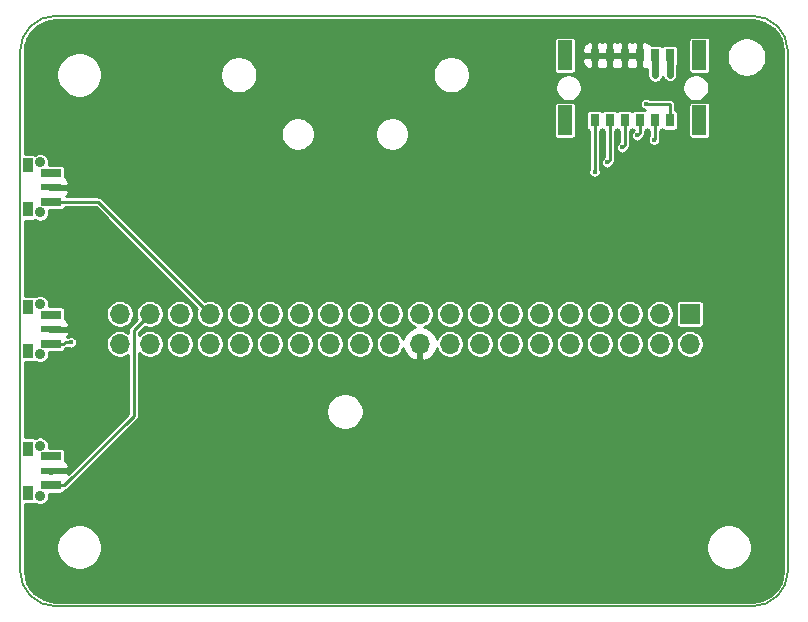
<source format=gbr>
G04 #@! TF.GenerationSoftware,KiCad,Pcbnew,(5.1.5-0)*
G04 #@! TF.CreationDate,2020-10-28T23:15:44-07:00*
G04 #@! TF.ProjectId,Luminometer_RPi,4c756d69-6e6f-46d6-9574-65725f525069,rev?*
G04 #@! TF.SameCoordinates,Original*
G04 #@! TF.FileFunction,Copper,L4,Bot*
G04 #@! TF.FilePolarity,Positive*
%FSLAX46Y46*%
G04 Gerber Fmt 4.6, Leading zero omitted, Abs format (unit mm)*
G04 Created by KiCad (PCBNEW (5.1.5-0)) date 2020-10-28 23:15:44*
%MOMM*%
%LPD*%
G04 APERTURE LIST*
%ADD10C,0.150000*%
%ADD11R,1.200000X2.500000*%
%ADD12R,0.800000X1.100000*%
%ADD13O,1.700000X1.700000*%
%ADD14R,1.700000X1.700000*%
%ADD15C,0.900000*%
%ADD16R,1.800000X0.750000*%
%ADD17R,0.900000X1.300000*%
%ADD18R,1.800000X0.600000*%
%ADD19C,0.400000*%
%ADD20C,0.600000*%
%ADD21C,0.250000*%
%ADD22C,0.254000*%
G04 APERTURE END LIST*
D10*
X109500000Y-111500000D02*
G75*
G02X106500000Y-108500000I0J3000000D01*
G01*
X171500000Y-108500000D02*
G75*
G02X168500000Y-111500000I-3000000J0D01*
G01*
X168500000Y-61500000D02*
G75*
G02X171500000Y-64500000I0J-3000000D01*
G01*
X106500000Y-64500000D02*
G75*
G02X109500000Y-61500000I3000000J0D01*
G01*
X106500000Y-108500000D02*
X106500000Y-64500000D01*
X168500000Y-111500000D02*
X109500000Y-111500000D01*
X171500000Y-64500000D02*
X171500000Y-108500000D01*
X109500000Y-61500000D02*
X168500000Y-61500000D01*
D11*
X152615000Y-64850000D03*
X164015000Y-64850000D03*
X164015000Y-70350000D03*
X152615000Y-70350000D03*
D12*
X155140000Y-64850000D03*
X156410000Y-64850000D03*
X157680000Y-64850000D03*
X161490000Y-70350000D03*
X160220000Y-70350000D03*
X155140000Y-70350000D03*
X158950000Y-64850000D03*
X160220000Y-64850000D03*
X161490000Y-64850000D03*
X156410000Y-70350000D03*
X157680000Y-70350000D03*
X158950000Y-70350000D03*
D13*
X114939900Y-89278000D03*
X114939900Y-86738000D03*
X117479900Y-89278000D03*
X117479900Y-86738000D03*
X120019900Y-89278000D03*
X120019900Y-86738000D03*
X122559900Y-89278000D03*
X122559900Y-86738000D03*
X125099900Y-89278000D03*
X125099900Y-86738000D03*
X127639900Y-89278000D03*
X127639900Y-86738000D03*
X130179900Y-89278000D03*
X130179900Y-86738000D03*
X132719900Y-89278000D03*
X132719900Y-86738000D03*
X135259900Y-89278000D03*
X135259900Y-86738000D03*
X137799900Y-89278000D03*
X137799900Y-86738000D03*
X140339900Y-89278000D03*
X140339900Y-86738000D03*
X142879900Y-89278000D03*
X142879900Y-86738000D03*
X145419900Y-89278000D03*
X145419900Y-86738000D03*
X147959900Y-89278000D03*
X147959900Y-86738000D03*
X150499900Y-89278000D03*
X150499900Y-86738000D03*
X153039900Y-89278000D03*
X153039900Y-86738000D03*
X155579900Y-89278000D03*
X155579900Y-86738000D03*
X158119900Y-89278000D03*
X158119900Y-86738000D03*
X160659900Y-89278000D03*
X160659900Y-86738000D03*
X163199900Y-89278000D03*
D14*
X163199900Y-86738000D03*
D15*
X108180000Y-97900000D03*
D16*
X109080000Y-98800000D03*
D17*
X107130000Y-98175000D03*
D15*
X108180000Y-102150000D03*
D17*
X107130000Y-101875000D03*
D18*
X109080000Y-100025000D03*
D16*
X109080000Y-101250000D03*
D15*
X108180000Y-85900000D03*
D16*
X109080000Y-86800000D03*
D17*
X107130000Y-86175000D03*
D15*
X108180000Y-90150000D03*
D17*
X107130000Y-89875000D03*
D18*
X109080000Y-88025000D03*
D16*
X109080000Y-89250000D03*
D15*
X108180000Y-73900000D03*
D16*
X109080000Y-74800000D03*
D17*
X107130000Y-74175000D03*
D15*
X108180000Y-78150000D03*
D17*
X107130000Y-77875000D03*
D18*
X109080000Y-76025000D03*
D16*
X109080000Y-77250000D03*
D19*
X161500000Y-66500000D03*
X155130500Y-74726800D03*
X110807500Y-89154000D03*
X159500000Y-68961000D03*
X160147000Y-72009000D03*
X156210000Y-73914000D03*
X157480000Y-72644000D03*
X158750000Y-71628000D03*
X160274000Y-66548000D03*
D20*
X163272900Y-89205000D02*
X163199900Y-89278000D01*
D21*
X161490000Y-70350000D02*
X161490000Y-68970500D01*
X161480500Y-68961000D02*
X159500000Y-68961000D01*
X161490000Y-68970500D02*
X161480500Y-68961000D01*
D20*
X163576000Y-86361900D02*
X163199900Y-86738000D01*
D21*
X160147000Y-70423000D02*
X160220000Y-70350000D01*
X160220000Y-71936000D02*
X160147000Y-72009000D01*
X160220000Y-70350000D02*
X160220000Y-71936000D01*
X156409999Y-73714001D02*
X156210000Y-73914000D01*
X156410000Y-70350000D02*
X156409999Y-73714001D01*
X158950000Y-71428000D02*
X158750000Y-71628000D01*
X158950000Y-70350000D02*
X158950000Y-71428000D01*
X157680000Y-72444000D02*
X157480000Y-72644000D01*
X157680000Y-70350000D02*
X157680000Y-72444000D01*
X155140000Y-74717300D02*
X155130500Y-74726800D01*
X155140000Y-70350000D02*
X155140000Y-74717300D01*
X110230000Y-101250000D02*
X109080000Y-101250000D01*
X116114901Y-95365099D02*
X110230000Y-101250000D01*
X116114901Y-88102999D02*
X116114901Y-95365099D01*
X117479900Y-86738000D02*
X116114901Y-88102999D01*
X109605000Y-89250000D02*
X109080000Y-89250000D01*
X109080000Y-89250000D02*
X110230000Y-89250000D01*
X110326000Y-89154000D02*
X110807500Y-89154000D01*
X110230000Y-89250000D02*
X110326000Y-89154000D01*
X113071900Y-77250000D02*
X122559900Y-86738000D01*
X109080000Y-77250000D02*
X113071900Y-77250000D01*
D20*
X160220000Y-66494000D02*
X160274000Y-66548000D01*
X160220000Y-64850000D02*
X160220000Y-66494000D01*
X161490000Y-66490000D02*
X161500000Y-66500000D01*
X161490000Y-64850000D02*
X161490000Y-66490000D01*
D22*
G36*
X169004242Y-61953369D02*
G01*
X169489286Y-62099812D01*
X169936642Y-62337674D01*
X170329282Y-62657904D01*
X170652241Y-63048294D01*
X170893222Y-63493980D01*
X171043048Y-63977987D01*
X171098000Y-64500820D01*
X171098000Y-64500827D01*
X171098001Y-108480333D01*
X171046631Y-109004243D01*
X170900187Y-109489288D01*
X170662324Y-109936646D01*
X170342096Y-110329282D01*
X169951706Y-110652241D01*
X169506018Y-110893223D01*
X169022013Y-111043048D01*
X168499180Y-111098000D01*
X109519657Y-111098000D01*
X108995757Y-111046631D01*
X108510712Y-110900187D01*
X108063354Y-110662324D01*
X107670718Y-110342096D01*
X107347759Y-109951706D01*
X107106777Y-109506018D01*
X106956952Y-109022013D01*
X106902000Y-108499180D01*
X106902000Y-106310207D01*
X109573000Y-106310207D01*
X109573000Y-106689793D01*
X109647053Y-107062085D01*
X109792315Y-107412777D01*
X110003201Y-107728391D01*
X110271609Y-107996799D01*
X110587223Y-108207685D01*
X110937915Y-108352947D01*
X111310207Y-108427000D01*
X111689793Y-108427000D01*
X112062085Y-108352947D01*
X112412777Y-108207685D01*
X112728391Y-107996799D01*
X112996799Y-107728391D01*
X113207685Y-107412777D01*
X113352947Y-107062085D01*
X113427000Y-106689793D01*
X113427000Y-106310207D01*
X164573000Y-106310207D01*
X164573000Y-106689793D01*
X164647053Y-107062085D01*
X164792315Y-107412777D01*
X165003201Y-107728391D01*
X165271609Y-107996799D01*
X165587223Y-108207685D01*
X165937915Y-108352947D01*
X166310207Y-108427000D01*
X166689793Y-108427000D01*
X167062085Y-108352947D01*
X167412777Y-108207685D01*
X167728391Y-107996799D01*
X167996799Y-107728391D01*
X168207685Y-107412777D01*
X168352947Y-107062085D01*
X168427000Y-106689793D01*
X168427000Y-106310207D01*
X168352947Y-105937915D01*
X168207685Y-105587223D01*
X167996799Y-105271609D01*
X167728391Y-105003201D01*
X167412777Y-104792315D01*
X167062085Y-104647053D01*
X166689793Y-104573000D01*
X166310207Y-104573000D01*
X165937915Y-104647053D01*
X165587223Y-104792315D01*
X165271609Y-105003201D01*
X165003201Y-105271609D01*
X164792315Y-105587223D01*
X164647053Y-105937915D01*
X164573000Y-106310207D01*
X113427000Y-106310207D01*
X113352947Y-105937915D01*
X113207685Y-105587223D01*
X112996799Y-105271609D01*
X112728391Y-105003201D01*
X112412777Y-104792315D01*
X112062085Y-104647053D01*
X111689793Y-104573000D01*
X111310207Y-104573000D01*
X110937915Y-104647053D01*
X110587223Y-104792315D01*
X110271609Y-105003201D01*
X110003201Y-105271609D01*
X109792315Y-105587223D01*
X109647053Y-105937915D01*
X109573000Y-106310207D01*
X106902000Y-106310207D01*
X106902000Y-102853582D01*
X107580000Y-102853582D01*
X107644103Y-102847268D01*
X107705743Y-102828570D01*
X107756436Y-102801474D01*
X107811952Y-102838569D01*
X107953357Y-102897141D01*
X108103472Y-102927000D01*
X108256528Y-102927000D01*
X108406643Y-102897141D01*
X108548048Y-102838569D01*
X108675309Y-102753536D01*
X108783536Y-102645309D01*
X108868569Y-102518048D01*
X108927141Y-102376643D01*
X108957000Y-102226528D01*
X108957000Y-102073472D01*
X108933153Y-101953582D01*
X109980000Y-101953582D01*
X110044103Y-101947268D01*
X110105743Y-101928570D01*
X110162550Y-101898206D01*
X110212343Y-101857343D01*
X110253206Y-101807550D01*
X110283570Y-101750743D01*
X110299777Y-101697315D01*
X110318607Y-101695460D01*
X110403810Y-101669614D01*
X110482333Y-101627643D01*
X110551159Y-101571159D01*
X110565323Y-101553900D01*
X116418806Y-95700418D01*
X116436060Y-95686258D01*
X116492544Y-95617432D01*
X116534515Y-95538909D01*
X116560361Y-95453706D01*
X116566901Y-95387304D01*
X116569088Y-95365099D01*
X116566901Y-95342894D01*
X116566901Y-94844679D01*
X132423000Y-94844679D01*
X132423000Y-95155321D01*
X132483604Y-95459994D01*
X132602481Y-95746989D01*
X132775064Y-96005279D01*
X132994721Y-96224936D01*
X133253011Y-96397519D01*
X133540006Y-96516396D01*
X133844679Y-96577000D01*
X134155321Y-96577000D01*
X134459994Y-96516396D01*
X134746989Y-96397519D01*
X135005279Y-96224936D01*
X135224936Y-96005279D01*
X135397519Y-95746989D01*
X135516396Y-95459994D01*
X135577000Y-95155321D01*
X135577000Y-94844679D01*
X135516396Y-94540006D01*
X135397519Y-94253011D01*
X135224936Y-93994721D01*
X135005279Y-93775064D01*
X134746989Y-93602481D01*
X134459994Y-93483604D01*
X134155321Y-93423000D01*
X133844679Y-93423000D01*
X133540006Y-93483604D01*
X133253011Y-93602481D01*
X132994721Y-93775064D01*
X132775064Y-93994721D01*
X132602481Y-94253011D01*
X132483604Y-94540006D01*
X132423000Y-94844679D01*
X116566901Y-94844679D01*
X116566901Y-90029531D01*
X116729606Y-90192236D01*
X116922381Y-90321044D01*
X117136582Y-90409769D01*
X117363976Y-90455000D01*
X117595824Y-90455000D01*
X117823218Y-90409769D01*
X118037419Y-90321044D01*
X118230194Y-90192236D01*
X118394136Y-90028294D01*
X118522944Y-89835519D01*
X118611669Y-89621318D01*
X118656900Y-89393924D01*
X118656900Y-89162076D01*
X118842900Y-89162076D01*
X118842900Y-89393924D01*
X118888131Y-89621318D01*
X118976856Y-89835519D01*
X119105664Y-90028294D01*
X119269606Y-90192236D01*
X119462381Y-90321044D01*
X119676582Y-90409769D01*
X119903976Y-90455000D01*
X120135824Y-90455000D01*
X120363218Y-90409769D01*
X120577419Y-90321044D01*
X120770194Y-90192236D01*
X120934136Y-90028294D01*
X121062944Y-89835519D01*
X121151669Y-89621318D01*
X121196900Y-89393924D01*
X121196900Y-89162076D01*
X121382900Y-89162076D01*
X121382900Y-89393924D01*
X121428131Y-89621318D01*
X121516856Y-89835519D01*
X121645664Y-90028294D01*
X121809606Y-90192236D01*
X122002381Y-90321044D01*
X122216582Y-90409769D01*
X122443976Y-90455000D01*
X122675824Y-90455000D01*
X122903218Y-90409769D01*
X123117419Y-90321044D01*
X123310194Y-90192236D01*
X123474136Y-90028294D01*
X123602944Y-89835519D01*
X123691669Y-89621318D01*
X123736900Y-89393924D01*
X123736900Y-89162076D01*
X123922900Y-89162076D01*
X123922900Y-89393924D01*
X123968131Y-89621318D01*
X124056856Y-89835519D01*
X124185664Y-90028294D01*
X124349606Y-90192236D01*
X124542381Y-90321044D01*
X124756582Y-90409769D01*
X124983976Y-90455000D01*
X125215824Y-90455000D01*
X125443218Y-90409769D01*
X125657419Y-90321044D01*
X125850194Y-90192236D01*
X126014136Y-90028294D01*
X126142944Y-89835519D01*
X126231669Y-89621318D01*
X126276900Y-89393924D01*
X126276900Y-89162076D01*
X126462900Y-89162076D01*
X126462900Y-89393924D01*
X126508131Y-89621318D01*
X126596856Y-89835519D01*
X126725664Y-90028294D01*
X126889606Y-90192236D01*
X127082381Y-90321044D01*
X127296582Y-90409769D01*
X127523976Y-90455000D01*
X127755824Y-90455000D01*
X127983218Y-90409769D01*
X128197419Y-90321044D01*
X128390194Y-90192236D01*
X128554136Y-90028294D01*
X128682944Y-89835519D01*
X128771669Y-89621318D01*
X128816900Y-89393924D01*
X128816900Y-89162076D01*
X129002900Y-89162076D01*
X129002900Y-89393924D01*
X129048131Y-89621318D01*
X129136856Y-89835519D01*
X129265664Y-90028294D01*
X129429606Y-90192236D01*
X129622381Y-90321044D01*
X129836582Y-90409769D01*
X130063976Y-90455000D01*
X130295824Y-90455000D01*
X130523218Y-90409769D01*
X130737419Y-90321044D01*
X130930194Y-90192236D01*
X131094136Y-90028294D01*
X131222944Y-89835519D01*
X131311669Y-89621318D01*
X131356900Y-89393924D01*
X131356900Y-89162076D01*
X131542900Y-89162076D01*
X131542900Y-89393924D01*
X131588131Y-89621318D01*
X131676856Y-89835519D01*
X131805664Y-90028294D01*
X131969606Y-90192236D01*
X132162381Y-90321044D01*
X132376582Y-90409769D01*
X132603976Y-90455000D01*
X132835824Y-90455000D01*
X133063218Y-90409769D01*
X133277419Y-90321044D01*
X133470194Y-90192236D01*
X133634136Y-90028294D01*
X133762944Y-89835519D01*
X133851669Y-89621318D01*
X133896900Y-89393924D01*
X133896900Y-89162076D01*
X134082900Y-89162076D01*
X134082900Y-89393924D01*
X134128131Y-89621318D01*
X134216856Y-89835519D01*
X134345664Y-90028294D01*
X134509606Y-90192236D01*
X134702381Y-90321044D01*
X134916582Y-90409769D01*
X135143976Y-90455000D01*
X135375824Y-90455000D01*
X135603218Y-90409769D01*
X135817419Y-90321044D01*
X136010194Y-90192236D01*
X136174136Y-90028294D01*
X136302944Y-89835519D01*
X136391669Y-89621318D01*
X136436900Y-89393924D01*
X136436900Y-89162076D01*
X136622900Y-89162076D01*
X136622900Y-89393924D01*
X136668131Y-89621318D01*
X136756856Y-89835519D01*
X136885664Y-90028294D01*
X137049606Y-90192236D01*
X137242381Y-90321044D01*
X137456582Y-90409769D01*
X137683976Y-90455000D01*
X137915824Y-90455000D01*
X138143218Y-90409769D01*
X138357419Y-90321044D01*
X138550194Y-90192236D01*
X138714136Y-90028294D01*
X138842944Y-89835519D01*
X138911164Y-89670821D01*
X138995743Y-89909252D01*
X139144722Y-90159355D01*
X139339631Y-90375588D01*
X139572980Y-90549641D01*
X139835801Y-90674825D01*
X139983010Y-90719476D01*
X140212900Y-90598155D01*
X140212900Y-89405000D01*
X140192900Y-89405000D01*
X140192900Y-89151000D01*
X140212900Y-89151000D01*
X140212900Y-89131000D01*
X140466900Y-89131000D01*
X140466900Y-89151000D01*
X140486900Y-89151000D01*
X140486900Y-89405000D01*
X140466900Y-89405000D01*
X140466900Y-90598155D01*
X140696790Y-90719476D01*
X140843999Y-90674825D01*
X141106820Y-90549641D01*
X141340169Y-90375588D01*
X141535078Y-90159355D01*
X141684057Y-89909252D01*
X141768636Y-89670821D01*
X141836856Y-89835519D01*
X141965664Y-90028294D01*
X142129606Y-90192236D01*
X142322381Y-90321044D01*
X142536582Y-90409769D01*
X142763976Y-90455000D01*
X142995824Y-90455000D01*
X143223218Y-90409769D01*
X143437419Y-90321044D01*
X143630194Y-90192236D01*
X143794136Y-90028294D01*
X143922944Y-89835519D01*
X144011669Y-89621318D01*
X144056900Y-89393924D01*
X144056900Y-89162076D01*
X144242900Y-89162076D01*
X144242900Y-89393924D01*
X144288131Y-89621318D01*
X144376856Y-89835519D01*
X144505664Y-90028294D01*
X144669606Y-90192236D01*
X144862381Y-90321044D01*
X145076582Y-90409769D01*
X145303976Y-90455000D01*
X145535824Y-90455000D01*
X145763218Y-90409769D01*
X145977419Y-90321044D01*
X146170194Y-90192236D01*
X146334136Y-90028294D01*
X146462944Y-89835519D01*
X146551669Y-89621318D01*
X146596900Y-89393924D01*
X146596900Y-89162076D01*
X146782900Y-89162076D01*
X146782900Y-89393924D01*
X146828131Y-89621318D01*
X146916856Y-89835519D01*
X147045664Y-90028294D01*
X147209606Y-90192236D01*
X147402381Y-90321044D01*
X147616582Y-90409769D01*
X147843976Y-90455000D01*
X148075824Y-90455000D01*
X148303218Y-90409769D01*
X148517419Y-90321044D01*
X148710194Y-90192236D01*
X148874136Y-90028294D01*
X149002944Y-89835519D01*
X149091669Y-89621318D01*
X149136900Y-89393924D01*
X149136900Y-89162076D01*
X149322900Y-89162076D01*
X149322900Y-89393924D01*
X149368131Y-89621318D01*
X149456856Y-89835519D01*
X149585664Y-90028294D01*
X149749606Y-90192236D01*
X149942381Y-90321044D01*
X150156582Y-90409769D01*
X150383976Y-90455000D01*
X150615824Y-90455000D01*
X150843218Y-90409769D01*
X151057419Y-90321044D01*
X151250194Y-90192236D01*
X151414136Y-90028294D01*
X151542944Y-89835519D01*
X151631669Y-89621318D01*
X151676900Y-89393924D01*
X151676900Y-89162076D01*
X151862900Y-89162076D01*
X151862900Y-89393924D01*
X151908131Y-89621318D01*
X151996856Y-89835519D01*
X152125664Y-90028294D01*
X152289606Y-90192236D01*
X152482381Y-90321044D01*
X152696582Y-90409769D01*
X152923976Y-90455000D01*
X153155824Y-90455000D01*
X153383218Y-90409769D01*
X153597419Y-90321044D01*
X153790194Y-90192236D01*
X153954136Y-90028294D01*
X154082944Y-89835519D01*
X154171669Y-89621318D01*
X154216900Y-89393924D01*
X154216900Y-89162076D01*
X154402900Y-89162076D01*
X154402900Y-89393924D01*
X154448131Y-89621318D01*
X154536856Y-89835519D01*
X154665664Y-90028294D01*
X154829606Y-90192236D01*
X155022381Y-90321044D01*
X155236582Y-90409769D01*
X155463976Y-90455000D01*
X155695824Y-90455000D01*
X155923218Y-90409769D01*
X156137419Y-90321044D01*
X156330194Y-90192236D01*
X156494136Y-90028294D01*
X156622944Y-89835519D01*
X156711669Y-89621318D01*
X156756900Y-89393924D01*
X156756900Y-89162076D01*
X156942900Y-89162076D01*
X156942900Y-89393924D01*
X156988131Y-89621318D01*
X157076856Y-89835519D01*
X157205664Y-90028294D01*
X157369606Y-90192236D01*
X157562381Y-90321044D01*
X157776582Y-90409769D01*
X158003976Y-90455000D01*
X158235824Y-90455000D01*
X158463218Y-90409769D01*
X158677419Y-90321044D01*
X158870194Y-90192236D01*
X159034136Y-90028294D01*
X159162944Y-89835519D01*
X159251669Y-89621318D01*
X159296900Y-89393924D01*
X159296900Y-89162076D01*
X159482900Y-89162076D01*
X159482900Y-89393924D01*
X159528131Y-89621318D01*
X159616856Y-89835519D01*
X159745664Y-90028294D01*
X159909606Y-90192236D01*
X160102381Y-90321044D01*
X160316582Y-90409769D01*
X160543976Y-90455000D01*
X160775824Y-90455000D01*
X161003218Y-90409769D01*
X161217419Y-90321044D01*
X161410194Y-90192236D01*
X161574136Y-90028294D01*
X161702944Y-89835519D01*
X161791669Y-89621318D01*
X161836900Y-89393924D01*
X161836900Y-89162076D01*
X162022900Y-89162076D01*
X162022900Y-89393924D01*
X162068131Y-89621318D01*
X162156856Y-89835519D01*
X162285664Y-90028294D01*
X162449606Y-90192236D01*
X162642381Y-90321044D01*
X162856582Y-90409769D01*
X163083976Y-90455000D01*
X163315824Y-90455000D01*
X163543218Y-90409769D01*
X163757419Y-90321044D01*
X163950194Y-90192236D01*
X164114136Y-90028294D01*
X164242944Y-89835519D01*
X164331669Y-89621318D01*
X164376900Y-89393924D01*
X164376900Y-89162076D01*
X164331669Y-88934682D01*
X164242944Y-88720481D01*
X164114136Y-88527706D01*
X163950194Y-88363764D01*
X163757419Y-88234956D01*
X163543218Y-88146231D01*
X163315824Y-88101000D01*
X163083976Y-88101000D01*
X162856582Y-88146231D01*
X162642381Y-88234956D01*
X162449606Y-88363764D01*
X162285664Y-88527706D01*
X162156856Y-88720481D01*
X162068131Y-88934682D01*
X162022900Y-89162076D01*
X161836900Y-89162076D01*
X161791669Y-88934682D01*
X161702944Y-88720481D01*
X161574136Y-88527706D01*
X161410194Y-88363764D01*
X161217419Y-88234956D01*
X161003218Y-88146231D01*
X160775824Y-88101000D01*
X160543976Y-88101000D01*
X160316582Y-88146231D01*
X160102381Y-88234956D01*
X159909606Y-88363764D01*
X159745664Y-88527706D01*
X159616856Y-88720481D01*
X159528131Y-88934682D01*
X159482900Y-89162076D01*
X159296900Y-89162076D01*
X159251669Y-88934682D01*
X159162944Y-88720481D01*
X159034136Y-88527706D01*
X158870194Y-88363764D01*
X158677419Y-88234956D01*
X158463218Y-88146231D01*
X158235824Y-88101000D01*
X158003976Y-88101000D01*
X157776582Y-88146231D01*
X157562381Y-88234956D01*
X157369606Y-88363764D01*
X157205664Y-88527706D01*
X157076856Y-88720481D01*
X156988131Y-88934682D01*
X156942900Y-89162076D01*
X156756900Y-89162076D01*
X156711669Y-88934682D01*
X156622944Y-88720481D01*
X156494136Y-88527706D01*
X156330194Y-88363764D01*
X156137419Y-88234956D01*
X155923218Y-88146231D01*
X155695824Y-88101000D01*
X155463976Y-88101000D01*
X155236582Y-88146231D01*
X155022381Y-88234956D01*
X154829606Y-88363764D01*
X154665664Y-88527706D01*
X154536856Y-88720481D01*
X154448131Y-88934682D01*
X154402900Y-89162076D01*
X154216900Y-89162076D01*
X154171669Y-88934682D01*
X154082944Y-88720481D01*
X153954136Y-88527706D01*
X153790194Y-88363764D01*
X153597419Y-88234956D01*
X153383218Y-88146231D01*
X153155824Y-88101000D01*
X152923976Y-88101000D01*
X152696582Y-88146231D01*
X152482381Y-88234956D01*
X152289606Y-88363764D01*
X152125664Y-88527706D01*
X151996856Y-88720481D01*
X151908131Y-88934682D01*
X151862900Y-89162076D01*
X151676900Y-89162076D01*
X151631669Y-88934682D01*
X151542944Y-88720481D01*
X151414136Y-88527706D01*
X151250194Y-88363764D01*
X151057419Y-88234956D01*
X150843218Y-88146231D01*
X150615824Y-88101000D01*
X150383976Y-88101000D01*
X150156582Y-88146231D01*
X149942381Y-88234956D01*
X149749606Y-88363764D01*
X149585664Y-88527706D01*
X149456856Y-88720481D01*
X149368131Y-88934682D01*
X149322900Y-89162076D01*
X149136900Y-89162076D01*
X149091669Y-88934682D01*
X149002944Y-88720481D01*
X148874136Y-88527706D01*
X148710194Y-88363764D01*
X148517419Y-88234956D01*
X148303218Y-88146231D01*
X148075824Y-88101000D01*
X147843976Y-88101000D01*
X147616582Y-88146231D01*
X147402381Y-88234956D01*
X147209606Y-88363764D01*
X147045664Y-88527706D01*
X146916856Y-88720481D01*
X146828131Y-88934682D01*
X146782900Y-89162076D01*
X146596900Y-89162076D01*
X146551669Y-88934682D01*
X146462944Y-88720481D01*
X146334136Y-88527706D01*
X146170194Y-88363764D01*
X145977419Y-88234956D01*
X145763218Y-88146231D01*
X145535824Y-88101000D01*
X145303976Y-88101000D01*
X145076582Y-88146231D01*
X144862381Y-88234956D01*
X144669606Y-88363764D01*
X144505664Y-88527706D01*
X144376856Y-88720481D01*
X144288131Y-88934682D01*
X144242900Y-89162076D01*
X144056900Y-89162076D01*
X144011669Y-88934682D01*
X143922944Y-88720481D01*
X143794136Y-88527706D01*
X143630194Y-88363764D01*
X143437419Y-88234956D01*
X143223218Y-88146231D01*
X142995824Y-88101000D01*
X142763976Y-88101000D01*
X142536582Y-88146231D01*
X142322381Y-88234956D01*
X142129606Y-88363764D01*
X141965664Y-88527706D01*
X141836856Y-88720481D01*
X141768636Y-88885179D01*
X141684057Y-88646748D01*
X141535078Y-88396645D01*
X141340169Y-88180412D01*
X141106820Y-88006359D01*
X140843999Y-87881175D01*
X140735288Y-87848201D01*
X140897419Y-87781044D01*
X141090194Y-87652236D01*
X141254136Y-87488294D01*
X141382944Y-87295519D01*
X141471669Y-87081318D01*
X141516900Y-86853924D01*
X141516900Y-86622076D01*
X141702900Y-86622076D01*
X141702900Y-86853924D01*
X141748131Y-87081318D01*
X141836856Y-87295519D01*
X141965664Y-87488294D01*
X142129606Y-87652236D01*
X142322381Y-87781044D01*
X142536582Y-87869769D01*
X142763976Y-87915000D01*
X142995824Y-87915000D01*
X143223218Y-87869769D01*
X143437419Y-87781044D01*
X143630194Y-87652236D01*
X143794136Y-87488294D01*
X143922944Y-87295519D01*
X144011669Y-87081318D01*
X144056900Y-86853924D01*
X144056900Y-86622076D01*
X144242900Y-86622076D01*
X144242900Y-86853924D01*
X144288131Y-87081318D01*
X144376856Y-87295519D01*
X144505664Y-87488294D01*
X144669606Y-87652236D01*
X144862381Y-87781044D01*
X145076582Y-87869769D01*
X145303976Y-87915000D01*
X145535824Y-87915000D01*
X145763218Y-87869769D01*
X145977419Y-87781044D01*
X146170194Y-87652236D01*
X146334136Y-87488294D01*
X146462944Y-87295519D01*
X146551669Y-87081318D01*
X146596900Y-86853924D01*
X146596900Y-86622076D01*
X146782900Y-86622076D01*
X146782900Y-86853924D01*
X146828131Y-87081318D01*
X146916856Y-87295519D01*
X147045664Y-87488294D01*
X147209606Y-87652236D01*
X147402381Y-87781044D01*
X147616582Y-87869769D01*
X147843976Y-87915000D01*
X148075824Y-87915000D01*
X148303218Y-87869769D01*
X148517419Y-87781044D01*
X148710194Y-87652236D01*
X148874136Y-87488294D01*
X149002944Y-87295519D01*
X149091669Y-87081318D01*
X149136900Y-86853924D01*
X149136900Y-86622076D01*
X149322900Y-86622076D01*
X149322900Y-86853924D01*
X149368131Y-87081318D01*
X149456856Y-87295519D01*
X149585664Y-87488294D01*
X149749606Y-87652236D01*
X149942381Y-87781044D01*
X150156582Y-87869769D01*
X150383976Y-87915000D01*
X150615824Y-87915000D01*
X150843218Y-87869769D01*
X151057419Y-87781044D01*
X151250194Y-87652236D01*
X151414136Y-87488294D01*
X151542944Y-87295519D01*
X151631669Y-87081318D01*
X151676900Y-86853924D01*
X151676900Y-86622076D01*
X151862900Y-86622076D01*
X151862900Y-86853924D01*
X151908131Y-87081318D01*
X151996856Y-87295519D01*
X152125664Y-87488294D01*
X152289606Y-87652236D01*
X152482381Y-87781044D01*
X152696582Y-87869769D01*
X152923976Y-87915000D01*
X153155824Y-87915000D01*
X153383218Y-87869769D01*
X153597419Y-87781044D01*
X153790194Y-87652236D01*
X153954136Y-87488294D01*
X154082944Y-87295519D01*
X154171669Y-87081318D01*
X154216900Y-86853924D01*
X154216900Y-86622076D01*
X154402900Y-86622076D01*
X154402900Y-86853924D01*
X154448131Y-87081318D01*
X154536856Y-87295519D01*
X154665664Y-87488294D01*
X154829606Y-87652236D01*
X155022381Y-87781044D01*
X155236582Y-87869769D01*
X155463976Y-87915000D01*
X155695824Y-87915000D01*
X155923218Y-87869769D01*
X156137419Y-87781044D01*
X156330194Y-87652236D01*
X156494136Y-87488294D01*
X156622944Y-87295519D01*
X156711669Y-87081318D01*
X156756900Y-86853924D01*
X156756900Y-86622076D01*
X156942900Y-86622076D01*
X156942900Y-86853924D01*
X156988131Y-87081318D01*
X157076856Y-87295519D01*
X157205664Y-87488294D01*
X157369606Y-87652236D01*
X157562381Y-87781044D01*
X157776582Y-87869769D01*
X158003976Y-87915000D01*
X158235824Y-87915000D01*
X158463218Y-87869769D01*
X158677419Y-87781044D01*
X158870194Y-87652236D01*
X159034136Y-87488294D01*
X159162944Y-87295519D01*
X159251669Y-87081318D01*
X159296900Y-86853924D01*
X159296900Y-86622076D01*
X159482900Y-86622076D01*
X159482900Y-86853924D01*
X159528131Y-87081318D01*
X159616856Y-87295519D01*
X159745664Y-87488294D01*
X159909606Y-87652236D01*
X160102381Y-87781044D01*
X160316582Y-87869769D01*
X160543976Y-87915000D01*
X160775824Y-87915000D01*
X161003218Y-87869769D01*
X161217419Y-87781044D01*
X161410194Y-87652236D01*
X161574136Y-87488294D01*
X161702944Y-87295519D01*
X161791669Y-87081318D01*
X161836900Y-86853924D01*
X161836900Y-86622076D01*
X161791669Y-86394682D01*
X161702944Y-86180481D01*
X161574136Y-85987706D01*
X161474430Y-85888000D01*
X162021318Y-85888000D01*
X162021318Y-87588000D01*
X162027632Y-87652103D01*
X162046330Y-87713743D01*
X162076694Y-87770550D01*
X162117557Y-87820343D01*
X162167350Y-87861206D01*
X162224157Y-87891570D01*
X162285797Y-87910268D01*
X162349900Y-87916582D01*
X164049900Y-87916582D01*
X164114003Y-87910268D01*
X164175643Y-87891570D01*
X164232450Y-87861206D01*
X164282243Y-87820343D01*
X164323106Y-87770550D01*
X164353470Y-87713743D01*
X164372168Y-87652103D01*
X164378482Y-87588000D01*
X164378482Y-85888000D01*
X164372168Y-85823897D01*
X164353470Y-85762257D01*
X164323106Y-85705450D01*
X164282243Y-85655657D01*
X164232450Y-85614794D01*
X164175643Y-85584430D01*
X164114003Y-85565732D01*
X164049900Y-85559418D01*
X162349900Y-85559418D01*
X162285797Y-85565732D01*
X162224157Y-85584430D01*
X162167350Y-85614794D01*
X162117557Y-85655657D01*
X162076694Y-85705450D01*
X162046330Y-85762257D01*
X162027632Y-85823897D01*
X162021318Y-85888000D01*
X161474430Y-85888000D01*
X161410194Y-85823764D01*
X161217419Y-85694956D01*
X161003218Y-85606231D01*
X160775824Y-85561000D01*
X160543976Y-85561000D01*
X160316582Y-85606231D01*
X160102381Y-85694956D01*
X159909606Y-85823764D01*
X159745664Y-85987706D01*
X159616856Y-86180481D01*
X159528131Y-86394682D01*
X159482900Y-86622076D01*
X159296900Y-86622076D01*
X159251669Y-86394682D01*
X159162944Y-86180481D01*
X159034136Y-85987706D01*
X158870194Y-85823764D01*
X158677419Y-85694956D01*
X158463218Y-85606231D01*
X158235824Y-85561000D01*
X158003976Y-85561000D01*
X157776582Y-85606231D01*
X157562381Y-85694956D01*
X157369606Y-85823764D01*
X157205664Y-85987706D01*
X157076856Y-86180481D01*
X156988131Y-86394682D01*
X156942900Y-86622076D01*
X156756900Y-86622076D01*
X156711669Y-86394682D01*
X156622944Y-86180481D01*
X156494136Y-85987706D01*
X156330194Y-85823764D01*
X156137419Y-85694956D01*
X155923218Y-85606231D01*
X155695824Y-85561000D01*
X155463976Y-85561000D01*
X155236582Y-85606231D01*
X155022381Y-85694956D01*
X154829606Y-85823764D01*
X154665664Y-85987706D01*
X154536856Y-86180481D01*
X154448131Y-86394682D01*
X154402900Y-86622076D01*
X154216900Y-86622076D01*
X154171669Y-86394682D01*
X154082944Y-86180481D01*
X153954136Y-85987706D01*
X153790194Y-85823764D01*
X153597419Y-85694956D01*
X153383218Y-85606231D01*
X153155824Y-85561000D01*
X152923976Y-85561000D01*
X152696582Y-85606231D01*
X152482381Y-85694956D01*
X152289606Y-85823764D01*
X152125664Y-85987706D01*
X151996856Y-86180481D01*
X151908131Y-86394682D01*
X151862900Y-86622076D01*
X151676900Y-86622076D01*
X151631669Y-86394682D01*
X151542944Y-86180481D01*
X151414136Y-85987706D01*
X151250194Y-85823764D01*
X151057419Y-85694956D01*
X150843218Y-85606231D01*
X150615824Y-85561000D01*
X150383976Y-85561000D01*
X150156582Y-85606231D01*
X149942381Y-85694956D01*
X149749606Y-85823764D01*
X149585664Y-85987706D01*
X149456856Y-86180481D01*
X149368131Y-86394682D01*
X149322900Y-86622076D01*
X149136900Y-86622076D01*
X149091669Y-86394682D01*
X149002944Y-86180481D01*
X148874136Y-85987706D01*
X148710194Y-85823764D01*
X148517419Y-85694956D01*
X148303218Y-85606231D01*
X148075824Y-85561000D01*
X147843976Y-85561000D01*
X147616582Y-85606231D01*
X147402381Y-85694956D01*
X147209606Y-85823764D01*
X147045664Y-85987706D01*
X146916856Y-86180481D01*
X146828131Y-86394682D01*
X146782900Y-86622076D01*
X146596900Y-86622076D01*
X146551669Y-86394682D01*
X146462944Y-86180481D01*
X146334136Y-85987706D01*
X146170194Y-85823764D01*
X145977419Y-85694956D01*
X145763218Y-85606231D01*
X145535824Y-85561000D01*
X145303976Y-85561000D01*
X145076582Y-85606231D01*
X144862381Y-85694956D01*
X144669606Y-85823764D01*
X144505664Y-85987706D01*
X144376856Y-86180481D01*
X144288131Y-86394682D01*
X144242900Y-86622076D01*
X144056900Y-86622076D01*
X144011669Y-86394682D01*
X143922944Y-86180481D01*
X143794136Y-85987706D01*
X143630194Y-85823764D01*
X143437419Y-85694956D01*
X143223218Y-85606231D01*
X142995824Y-85561000D01*
X142763976Y-85561000D01*
X142536582Y-85606231D01*
X142322381Y-85694956D01*
X142129606Y-85823764D01*
X141965664Y-85987706D01*
X141836856Y-86180481D01*
X141748131Y-86394682D01*
X141702900Y-86622076D01*
X141516900Y-86622076D01*
X141471669Y-86394682D01*
X141382944Y-86180481D01*
X141254136Y-85987706D01*
X141090194Y-85823764D01*
X140897419Y-85694956D01*
X140683218Y-85606231D01*
X140455824Y-85561000D01*
X140223976Y-85561000D01*
X139996582Y-85606231D01*
X139782381Y-85694956D01*
X139589606Y-85823764D01*
X139425664Y-85987706D01*
X139296856Y-86180481D01*
X139208131Y-86394682D01*
X139162900Y-86622076D01*
X139162900Y-86853924D01*
X139208131Y-87081318D01*
X139296856Y-87295519D01*
X139425664Y-87488294D01*
X139589606Y-87652236D01*
X139782381Y-87781044D01*
X139944512Y-87848201D01*
X139835801Y-87881175D01*
X139572980Y-88006359D01*
X139339631Y-88180412D01*
X139144722Y-88396645D01*
X138995743Y-88646748D01*
X138911164Y-88885179D01*
X138842944Y-88720481D01*
X138714136Y-88527706D01*
X138550194Y-88363764D01*
X138357419Y-88234956D01*
X138143218Y-88146231D01*
X137915824Y-88101000D01*
X137683976Y-88101000D01*
X137456582Y-88146231D01*
X137242381Y-88234956D01*
X137049606Y-88363764D01*
X136885664Y-88527706D01*
X136756856Y-88720481D01*
X136668131Y-88934682D01*
X136622900Y-89162076D01*
X136436900Y-89162076D01*
X136391669Y-88934682D01*
X136302944Y-88720481D01*
X136174136Y-88527706D01*
X136010194Y-88363764D01*
X135817419Y-88234956D01*
X135603218Y-88146231D01*
X135375824Y-88101000D01*
X135143976Y-88101000D01*
X134916582Y-88146231D01*
X134702381Y-88234956D01*
X134509606Y-88363764D01*
X134345664Y-88527706D01*
X134216856Y-88720481D01*
X134128131Y-88934682D01*
X134082900Y-89162076D01*
X133896900Y-89162076D01*
X133851669Y-88934682D01*
X133762944Y-88720481D01*
X133634136Y-88527706D01*
X133470194Y-88363764D01*
X133277419Y-88234956D01*
X133063218Y-88146231D01*
X132835824Y-88101000D01*
X132603976Y-88101000D01*
X132376582Y-88146231D01*
X132162381Y-88234956D01*
X131969606Y-88363764D01*
X131805664Y-88527706D01*
X131676856Y-88720481D01*
X131588131Y-88934682D01*
X131542900Y-89162076D01*
X131356900Y-89162076D01*
X131311669Y-88934682D01*
X131222944Y-88720481D01*
X131094136Y-88527706D01*
X130930194Y-88363764D01*
X130737419Y-88234956D01*
X130523218Y-88146231D01*
X130295824Y-88101000D01*
X130063976Y-88101000D01*
X129836582Y-88146231D01*
X129622381Y-88234956D01*
X129429606Y-88363764D01*
X129265664Y-88527706D01*
X129136856Y-88720481D01*
X129048131Y-88934682D01*
X129002900Y-89162076D01*
X128816900Y-89162076D01*
X128771669Y-88934682D01*
X128682944Y-88720481D01*
X128554136Y-88527706D01*
X128390194Y-88363764D01*
X128197419Y-88234956D01*
X127983218Y-88146231D01*
X127755824Y-88101000D01*
X127523976Y-88101000D01*
X127296582Y-88146231D01*
X127082381Y-88234956D01*
X126889606Y-88363764D01*
X126725664Y-88527706D01*
X126596856Y-88720481D01*
X126508131Y-88934682D01*
X126462900Y-89162076D01*
X126276900Y-89162076D01*
X126231669Y-88934682D01*
X126142944Y-88720481D01*
X126014136Y-88527706D01*
X125850194Y-88363764D01*
X125657419Y-88234956D01*
X125443218Y-88146231D01*
X125215824Y-88101000D01*
X124983976Y-88101000D01*
X124756582Y-88146231D01*
X124542381Y-88234956D01*
X124349606Y-88363764D01*
X124185664Y-88527706D01*
X124056856Y-88720481D01*
X123968131Y-88934682D01*
X123922900Y-89162076D01*
X123736900Y-89162076D01*
X123691669Y-88934682D01*
X123602944Y-88720481D01*
X123474136Y-88527706D01*
X123310194Y-88363764D01*
X123117419Y-88234956D01*
X122903218Y-88146231D01*
X122675824Y-88101000D01*
X122443976Y-88101000D01*
X122216582Y-88146231D01*
X122002381Y-88234956D01*
X121809606Y-88363764D01*
X121645664Y-88527706D01*
X121516856Y-88720481D01*
X121428131Y-88934682D01*
X121382900Y-89162076D01*
X121196900Y-89162076D01*
X121151669Y-88934682D01*
X121062944Y-88720481D01*
X120934136Y-88527706D01*
X120770194Y-88363764D01*
X120577419Y-88234956D01*
X120363218Y-88146231D01*
X120135824Y-88101000D01*
X119903976Y-88101000D01*
X119676582Y-88146231D01*
X119462381Y-88234956D01*
X119269606Y-88363764D01*
X119105664Y-88527706D01*
X118976856Y-88720481D01*
X118888131Y-88934682D01*
X118842900Y-89162076D01*
X118656900Y-89162076D01*
X118611669Y-88934682D01*
X118522944Y-88720481D01*
X118394136Y-88527706D01*
X118230194Y-88363764D01*
X118037419Y-88234956D01*
X117823218Y-88146231D01*
X117595824Y-88101000D01*
X117363976Y-88101000D01*
X117136582Y-88146231D01*
X116922381Y-88234956D01*
X116729606Y-88363764D01*
X116566901Y-88526469D01*
X116566901Y-88290222D01*
X117031063Y-87826061D01*
X117136582Y-87869769D01*
X117363976Y-87915000D01*
X117595824Y-87915000D01*
X117823218Y-87869769D01*
X118037419Y-87781044D01*
X118230194Y-87652236D01*
X118394136Y-87488294D01*
X118522944Y-87295519D01*
X118611669Y-87081318D01*
X118656900Y-86853924D01*
X118656900Y-86622076D01*
X118842900Y-86622076D01*
X118842900Y-86853924D01*
X118888131Y-87081318D01*
X118976856Y-87295519D01*
X119105664Y-87488294D01*
X119269606Y-87652236D01*
X119462381Y-87781044D01*
X119676582Y-87869769D01*
X119903976Y-87915000D01*
X120135824Y-87915000D01*
X120363218Y-87869769D01*
X120577419Y-87781044D01*
X120770194Y-87652236D01*
X120934136Y-87488294D01*
X121062944Y-87295519D01*
X121151669Y-87081318D01*
X121196900Y-86853924D01*
X121196900Y-86622076D01*
X121151669Y-86394682D01*
X121062944Y-86180481D01*
X120934136Y-85987706D01*
X120770194Y-85823764D01*
X120577419Y-85694956D01*
X120363218Y-85606231D01*
X120135824Y-85561000D01*
X119903976Y-85561000D01*
X119676582Y-85606231D01*
X119462381Y-85694956D01*
X119269606Y-85823764D01*
X119105664Y-85987706D01*
X118976856Y-86180481D01*
X118888131Y-86394682D01*
X118842900Y-86622076D01*
X118656900Y-86622076D01*
X118611669Y-86394682D01*
X118522944Y-86180481D01*
X118394136Y-85987706D01*
X118230194Y-85823764D01*
X118037419Y-85694956D01*
X117823218Y-85606231D01*
X117595824Y-85561000D01*
X117363976Y-85561000D01*
X117136582Y-85606231D01*
X116922381Y-85694956D01*
X116729606Y-85823764D01*
X116565664Y-85987706D01*
X116436856Y-86180481D01*
X116348131Y-86394682D01*
X116302900Y-86622076D01*
X116302900Y-86853924D01*
X116348131Y-87081318D01*
X116391839Y-87186837D01*
X115811001Y-87767676D01*
X115793742Y-87781840D01*
X115737258Y-87850667D01*
X115715395Y-87891570D01*
X115695287Y-87929190D01*
X115669441Y-88014392D01*
X115660714Y-88102999D01*
X115662901Y-88125204D01*
X115662901Y-88345527D01*
X115497419Y-88234956D01*
X115283218Y-88146231D01*
X115055824Y-88101000D01*
X114823976Y-88101000D01*
X114596582Y-88146231D01*
X114382381Y-88234956D01*
X114189606Y-88363764D01*
X114025664Y-88527706D01*
X113896856Y-88720481D01*
X113808131Y-88934682D01*
X113762900Y-89162076D01*
X113762900Y-89393924D01*
X113808131Y-89621318D01*
X113896856Y-89835519D01*
X114025664Y-90028294D01*
X114189606Y-90192236D01*
X114382381Y-90321044D01*
X114596582Y-90409769D01*
X114823976Y-90455000D01*
X115055824Y-90455000D01*
X115283218Y-90409769D01*
X115497419Y-90321044D01*
X115662901Y-90210472D01*
X115662902Y-95177874D01*
X110572513Y-100268263D01*
X110456250Y-100152000D01*
X109207000Y-100152000D01*
X109207000Y-100172000D01*
X108953000Y-100172000D01*
X108953000Y-100152000D01*
X108933000Y-100152000D01*
X108933000Y-99898000D01*
X108953000Y-99898000D01*
X108953000Y-99878000D01*
X109207000Y-99878000D01*
X109207000Y-99898000D01*
X110456250Y-99898000D01*
X110615000Y-99739250D01*
X110618072Y-99725000D01*
X110605812Y-99600518D01*
X110569502Y-99480820D01*
X110510537Y-99370506D01*
X110431185Y-99273815D01*
X110334494Y-99194463D01*
X110308057Y-99180332D01*
X110308582Y-99175000D01*
X110308582Y-98425000D01*
X110302268Y-98360897D01*
X110283570Y-98299257D01*
X110253206Y-98242450D01*
X110212343Y-98192657D01*
X110162550Y-98151794D01*
X110105743Y-98121430D01*
X110044103Y-98102732D01*
X109980000Y-98096418D01*
X108933153Y-98096418D01*
X108957000Y-97976528D01*
X108957000Y-97823472D01*
X108927141Y-97673357D01*
X108868569Y-97531952D01*
X108783536Y-97404691D01*
X108675309Y-97296464D01*
X108548048Y-97211431D01*
X108406643Y-97152859D01*
X108256528Y-97123000D01*
X108103472Y-97123000D01*
X107953357Y-97152859D01*
X107811952Y-97211431D01*
X107756436Y-97248526D01*
X107705743Y-97221430D01*
X107644103Y-97202732D01*
X107580000Y-97196418D01*
X106902000Y-97196418D01*
X106902000Y-90853582D01*
X107580000Y-90853582D01*
X107644103Y-90847268D01*
X107705743Y-90828570D01*
X107756436Y-90801474D01*
X107811952Y-90838569D01*
X107953357Y-90897141D01*
X108103472Y-90927000D01*
X108256528Y-90927000D01*
X108406643Y-90897141D01*
X108548048Y-90838569D01*
X108675309Y-90753536D01*
X108783536Y-90645309D01*
X108868569Y-90518048D01*
X108927141Y-90376643D01*
X108957000Y-90226528D01*
X108957000Y-90073472D01*
X108933153Y-89953582D01*
X109980000Y-89953582D01*
X110044103Y-89947268D01*
X110105743Y-89928570D01*
X110162550Y-89898206D01*
X110212343Y-89857343D01*
X110253206Y-89807550D01*
X110283570Y-89750743D01*
X110299777Y-89697315D01*
X110318607Y-89695460D01*
X110403810Y-89669614D01*
X110482333Y-89627643D01*
X110508705Y-89606000D01*
X110535391Y-89606000D01*
X110557872Y-89621021D01*
X110653780Y-89660748D01*
X110755595Y-89681000D01*
X110859405Y-89681000D01*
X110961220Y-89660748D01*
X111057128Y-89621021D01*
X111143443Y-89563348D01*
X111216848Y-89489943D01*
X111274521Y-89403628D01*
X111314248Y-89307720D01*
X111334500Y-89205905D01*
X111334500Y-89102095D01*
X111314248Y-89000280D01*
X111274521Y-88904372D01*
X111216848Y-88818057D01*
X111143443Y-88744652D01*
X111057128Y-88686979D01*
X110961220Y-88647252D01*
X110859405Y-88627000D01*
X110755595Y-88627000D01*
X110653780Y-88647252D01*
X110557872Y-88686979D01*
X110535391Y-88702000D01*
X110492067Y-88702000D01*
X110510537Y-88679494D01*
X110569502Y-88569180D01*
X110605812Y-88449482D01*
X110618072Y-88325000D01*
X110615000Y-88310750D01*
X110456250Y-88152000D01*
X109207000Y-88152000D01*
X109207000Y-88172000D01*
X108953000Y-88172000D01*
X108953000Y-88152000D01*
X108933000Y-88152000D01*
X108933000Y-87898000D01*
X108953000Y-87898000D01*
X108953000Y-87878000D01*
X109207000Y-87878000D01*
X109207000Y-87898000D01*
X110456250Y-87898000D01*
X110615000Y-87739250D01*
X110618072Y-87725000D01*
X110605812Y-87600518D01*
X110569502Y-87480820D01*
X110510537Y-87370506D01*
X110431185Y-87273815D01*
X110334494Y-87194463D01*
X110308057Y-87180332D01*
X110308582Y-87175000D01*
X110308582Y-86622076D01*
X113762900Y-86622076D01*
X113762900Y-86853924D01*
X113808131Y-87081318D01*
X113896856Y-87295519D01*
X114025664Y-87488294D01*
X114189606Y-87652236D01*
X114382381Y-87781044D01*
X114596582Y-87869769D01*
X114823976Y-87915000D01*
X115055824Y-87915000D01*
X115283218Y-87869769D01*
X115497419Y-87781044D01*
X115690194Y-87652236D01*
X115854136Y-87488294D01*
X115982944Y-87295519D01*
X116071669Y-87081318D01*
X116116900Y-86853924D01*
X116116900Y-86622076D01*
X116071669Y-86394682D01*
X115982944Y-86180481D01*
X115854136Y-85987706D01*
X115690194Y-85823764D01*
X115497419Y-85694956D01*
X115283218Y-85606231D01*
X115055824Y-85561000D01*
X114823976Y-85561000D01*
X114596582Y-85606231D01*
X114382381Y-85694956D01*
X114189606Y-85823764D01*
X114025664Y-85987706D01*
X113896856Y-86180481D01*
X113808131Y-86394682D01*
X113762900Y-86622076D01*
X110308582Y-86622076D01*
X110308582Y-86425000D01*
X110302268Y-86360897D01*
X110283570Y-86299257D01*
X110253206Y-86242450D01*
X110212343Y-86192657D01*
X110162550Y-86151794D01*
X110105743Y-86121430D01*
X110044103Y-86102732D01*
X109980000Y-86096418D01*
X108933153Y-86096418D01*
X108957000Y-85976528D01*
X108957000Y-85823472D01*
X108927141Y-85673357D01*
X108868569Y-85531952D01*
X108783536Y-85404691D01*
X108675309Y-85296464D01*
X108548048Y-85211431D01*
X108406643Y-85152859D01*
X108256528Y-85123000D01*
X108103472Y-85123000D01*
X107953357Y-85152859D01*
X107811952Y-85211431D01*
X107756436Y-85248526D01*
X107705743Y-85221430D01*
X107644103Y-85202732D01*
X107580000Y-85196418D01*
X106902000Y-85196418D01*
X106902000Y-78853582D01*
X107580000Y-78853582D01*
X107644103Y-78847268D01*
X107705743Y-78828570D01*
X107756436Y-78801474D01*
X107811952Y-78838569D01*
X107953357Y-78897141D01*
X108103472Y-78927000D01*
X108256528Y-78927000D01*
X108406643Y-78897141D01*
X108548048Y-78838569D01*
X108675309Y-78753536D01*
X108783536Y-78645309D01*
X108868569Y-78518048D01*
X108927141Y-78376643D01*
X108957000Y-78226528D01*
X108957000Y-78073472D01*
X108933153Y-77953582D01*
X109980000Y-77953582D01*
X110044103Y-77947268D01*
X110105743Y-77928570D01*
X110162550Y-77898206D01*
X110212343Y-77857343D01*
X110253206Y-77807550D01*
X110283570Y-77750743D01*
X110298356Y-77702000D01*
X112884677Y-77702000D01*
X121471838Y-86289163D01*
X121428131Y-86394682D01*
X121382900Y-86622076D01*
X121382900Y-86853924D01*
X121428131Y-87081318D01*
X121516856Y-87295519D01*
X121645664Y-87488294D01*
X121809606Y-87652236D01*
X122002381Y-87781044D01*
X122216582Y-87869769D01*
X122443976Y-87915000D01*
X122675824Y-87915000D01*
X122903218Y-87869769D01*
X123117419Y-87781044D01*
X123310194Y-87652236D01*
X123474136Y-87488294D01*
X123602944Y-87295519D01*
X123691669Y-87081318D01*
X123736900Y-86853924D01*
X123736900Y-86622076D01*
X123922900Y-86622076D01*
X123922900Y-86853924D01*
X123968131Y-87081318D01*
X124056856Y-87295519D01*
X124185664Y-87488294D01*
X124349606Y-87652236D01*
X124542381Y-87781044D01*
X124756582Y-87869769D01*
X124983976Y-87915000D01*
X125215824Y-87915000D01*
X125443218Y-87869769D01*
X125657419Y-87781044D01*
X125850194Y-87652236D01*
X126014136Y-87488294D01*
X126142944Y-87295519D01*
X126231669Y-87081318D01*
X126276900Y-86853924D01*
X126276900Y-86622076D01*
X126462900Y-86622076D01*
X126462900Y-86853924D01*
X126508131Y-87081318D01*
X126596856Y-87295519D01*
X126725664Y-87488294D01*
X126889606Y-87652236D01*
X127082381Y-87781044D01*
X127296582Y-87869769D01*
X127523976Y-87915000D01*
X127755824Y-87915000D01*
X127983218Y-87869769D01*
X128197419Y-87781044D01*
X128390194Y-87652236D01*
X128554136Y-87488294D01*
X128682944Y-87295519D01*
X128771669Y-87081318D01*
X128816900Y-86853924D01*
X128816900Y-86622076D01*
X129002900Y-86622076D01*
X129002900Y-86853924D01*
X129048131Y-87081318D01*
X129136856Y-87295519D01*
X129265664Y-87488294D01*
X129429606Y-87652236D01*
X129622381Y-87781044D01*
X129836582Y-87869769D01*
X130063976Y-87915000D01*
X130295824Y-87915000D01*
X130523218Y-87869769D01*
X130737419Y-87781044D01*
X130930194Y-87652236D01*
X131094136Y-87488294D01*
X131222944Y-87295519D01*
X131311669Y-87081318D01*
X131356900Y-86853924D01*
X131356900Y-86622076D01*
X131542900Y-86622076D01*
X131542900Y-86853924D01*
X131588131Y-87081318D01*
X131676856Y-87295519D01*
X131805664Y-87488294D01*
X131969606Y-87652236D01*
X132162381Y-87781044D01*
X132376582Y-87869769D01*
X132603976Y-87915000D01*
X132835824Y-87915000D01*
X133063218Y-87869769D01*
X133277419Y-87781044D01*
X133470194Y-87652236D01*
X133634136Y-87488294D01*
X133762944Y-87295519D01*
X133851669Y-87081318D01*
X133896900Y-86853924D01*
X133896900Y-86622076D01*
X134082900Y-86622076D01*
X134082900Y-86853924D01*
X134128131Y-87081318D01*
X134216856Y-87295519D01*
X134345664Y-87488294D01*
X134509606Y-87652236D01*
X134702381Y-87781044D01*
X134916582Y-87869769D01*
X135143976Y-87915000D01*
X135375824Y-87915000D01*
X135603218Y-87869769D01*
X135817419Y-87781044D01*
X136010194Y-87652236D01*
X136174136Y-87488294D01*
X136302944Y-87295519D01*
X136391669Y-87081318D01*
X136436900Y-86853924D01*
X136436900Y-86622076D01*
X136622900Y-86622076D01*
X136622900Y-86853924D01*
X136668131Y-87081318D01*
X136756856Y-87295519D01*
X136885664Y-87488294D01*
X137049606Y-87652236D01*
X137242381Y-87781044D01*
X137456582Y-87869769D01*
X137683976Y-87915000D01*
X137915824Y-87915000D01*
X138143218Y-87869769D01*
X138357419Y-87781044D01*
X138550194Y-87652236D01*
X138714136Y-87488294D01*
X138842944Y-87295519D01*
X138931669Y-87081318D01*
X138976900Y-86853924D01*
X138976900Y-86622076D01*
X138931669Y-86394682D01*
X138842944Y-86180481D01*
X138714136Y-85987706D01*
X138550194Y-85823764D01*
X138357419Y-85694956D01*
X138143218Y-85606231D01*
X137915824Y-85561000D01*
X137683976Y-85561000D01*
X137456582Y-85606231D01*
X137242381Y-85694956D01*
X137049606Y-85823764D01*
X136885664Y-85987706D01*
X136756856Y-86180481D01*
X136668131Y-86394682D01*
X136622900Y-86622076D01*
X136436900Y-86622076D01*
X136391669Y-86394682D01*
X136302944Y-86180481D01*
X136174136Y-85987706D01*
X136010194Y-85823764D01*
X135817419Y-85694956D01*
X135603218Y-85606231D01*
X135375824Y-85561000D01*
X135143976Y-85561000D01*
X134916582Y-85606231D01*
X134702381Y-85694956D01*
X134509606Y-85823764D01*
X134345664Y-85987706D01*
X134216856Y-86180481D01*
X134128131Y-86394682D01*
X134082900Y-86622076D01*
X133896900Y-86622076D01*
X133851669Y-86394682D01*
X133762944Y-86180481D01*
X133634136Y-85987706D01*
X133470194Y-85823764D01*
X133277419Y-85694956D01*
X133063218Y-85606231D01*
X132835824Y-85561000D01*
X132603976Y-85561000D01*
X132376582Y-85606231D01*
X132162381Y-85694956D01*
X131969606Y-85823764D01*
X131805664Y-85987706D01*
X131676856Y-86180481D01*
X131588131Y-86394682D01*
X131542900Y-86622076D01*
X131356900Y-86622076D01*
X131311669Y-86394682D01*
X131222944Y-86180481D01*
X131094136Y-85987706D01*
X130930194Y-85823764D01*
X130737419Y-85694956D01*
X130523218Y-85606231D01*
X130295824Y-85561000D01*
X130063976Y-85561000D01*
X129836582Y-85606231D01*
X129622381Y-85694956D01*
X129429606Y-85823764D01*
X129265664Y-85987706D01*
X129136856Y-86180481D01*
X129048131Y-86394682D01*
X129002900Y-86622076D01*
X128816900Y-86622076D01*
X128771669Y-86394682D01*
X128682944Y-86180481D01*
X128554136Y-85987706D01*
X128390194Y-85823764D01*
X128197419Y-85694956D01*
X127983218Y-85606231D01*
X127755824Y-85561000D01*
X127523976Y-85561000D01*
X127296582Y-85606231D01*
X127082381Y-85694956D01*
X126889606Y-85823764D01*
X126725664Y-85987706D01*
X126596856Y-86180481D01*
X126508131Y-86394682D01*
X126462900Y-86622076D01*
X126276900Y-86622076D01*
X126231669Y-86394682D01*
X126142944Y-86180481D01*
X126014136Y-85987706D01*
X125850194Y-85823764D01*
X125657419Y-85694956D01*
X125443218Y-85606231D01*
X125215824Y-85561000D01*
X124983976Y-85561000D01*
X124756582Y-85606231D01*
X124542381Y-85694956D01*
X124349606Y-85823764D01*
X124185664Y-85987706D01*
X124056856Y-86180481D01*
X123968131Y-86394682D01*
X123922900Y-86622076D01*
X123736900Y-86622076D01*
X123691669Y-86394682D01*
X123602944Y-86180481D01*
X123474136Y-85987706D01*
X123310194Y-85823764D01*
X123117419Y-85694956D01*
X122903218Y-85606231D01*
X122675824Y-85561000D01*
X122443976Y-85561000D01*
X122216582Y-85606231D01*
X122111063Y-85649938D01*
X113407223Y-76946100D01*
X113393059Y-76928841D01*
X113324233Y-76872357D01*
X113245710Y-76830386D01*
X113160507Y-76804540D01*
X113094105Y-76798000D01*
X113071900Y-76795813D01*
X113049695Y-76798000D01*
X110404603Y-76798000D01*
X110431185Y-76776185D01*
X110510537Y-76679494D01*
X110569502Y-76569180D01*
X110605812Y-76449482D01*
X110618072Y-76325000D01*
X110615000Y-76310750D01*
X110456250Y-76152000D01*
X109207000Y-76152000D01*
X109207000Y-76172000D01*
X108953000Y-76172000D01*
X108953000Y-76152000D01*
X108933000Y-76152000D01*
X108933000Y-75898000D01*
X108953000Y-75898000D01*
X108953000Y-75878000D01*
X109207000Y-75878000D01*
X109207000Y-75898000D01*
X110456250Y-75898000D01*
X110615000Y-75739250D01*
X110618072Y-75725000D01*
X110605812Y-75600518D01*
X110569502Y-75480820D01*
X110510537Y-75370506D01*
X110431185Y-75273815D01*
X110334494Y-75194463D01*
X110308057Y-75180332D01*
X110308582Y-75175000D01*
X110308582Y-74425000D01*
X110302268Y-74360897D01*
X110283570Y-74299257D01*
X110253206Y-74242450D01*
X110212343Y-74192657D01*
X110162550Y-74151794D01*
X110105743Y-74121430D01*
X110044103Y-74102732D01*
X109980000Y-74096418D01*
X108933153Y-74096418D01*
X108957000Y-73976528D01*
X108957000Y-73823472D01*
X108927141Y-73673357D01*
X108868569Y-73531952D01*
X108783536Y-73404691D01*
X108675309Y-73296464D01*
X108548048Y-73211431D01*
X108406643Y-73152859D01*
X108256528Y-73123000D01*
X108103472Y-73123000D01*
X107953357Y-73152859D01*
X107811952Y-73211431D01*
X107756436Y-73248526D01*
X107705743Y-73221430D01*
X107644103Y-73202732D01*
X107580000Y-73196418D01*
X106902000Y-73196418D01*
X106902000Y-71359453D01*
X128573000Y-71359453D01*
X128573000Y-71640547D01*
X128627838Y-71916241D01*
X128735409Y-72175938D01*
X128891576Y-72409660D01*
X129090340Y-72608424D01*
X129324062Y-72764591D01*
X129583759Y-72872162D01*
X129859453Y-72927000D01*
X130140547Y-72927000D01*
X130416241Y-72872162D01*
X130675938Y-72764591D01*
X130909660Y-72608424D01*
X131108424Y-72409660D01*
X131264591Y-72175938D01*
X131372162Y-71916241D01*
X131427000Y-71640547D01*
X131427000Y-71359453D01*
X136573000Y-71359453D01*
X136573000Y-71640547D01*
X136627838Y-71916241D01*
X136735409Y-72175938D01*
X136891576Y-72409660D01*
X137090340Y-72608424D01*
X137324062Y-72764591D01*
X137583759Y-72872162D01*
X137859453Y-72927000D01*
X138140547Y-72927000D01*
X138416241Y-72872162D01*
X138675938Y-72764591D01*
X138909660Y-72608424D01*
X139108424Y-72409660D01*
X139264591Y-72175938D01*
X139372162Y-71916241D01*
X139427000Y-71640547D01*
X139427000Y-71359453D01*
X139372162Y-71083759D01*
X139264591Y-70824062D01*
X139108424Y-70590340D01*
X138909660Y-70391576D01*
X138675938Y-70235409D01*
X138416241Y-70127838D01*
X138140547Y-70073000D01*
X137859453Y-70073000D01*
X137583759Y-70127838D01*
X137324062Y-70235409D01*
X137090340Y-70391576D01*
X136891576Y-70590340D01*
X136735409Y-70824062D01*
X136627838Y-71083759D01*
X136573000Y-71359453D01*
X131427000Y-71359453D01*
X131372162Y-71083759D01*
X131264591Y-70824062D01*
X131108424Y-70590340D01*
X130909660Y-70391576D01*
X130675938Y-70235409D01*
X130416241Y-70127838D01*
X130140547Y-70073000D01*
X129859453Y-70073000D01*
X129583759Y-70127838D01*
X129324062Y-70235409D01*
X129090340Y-70391576D01*
X128891576Y-70590340D01*
X128735409Y-70824062D01*
X128627838Y-71083759D01*
X128573000Y-71359453D01*
X106902000Y-71359453D01*
X106902000Y-69100000D01*
X151686418Y-69100000D01*
X151686418Y-71600000D01*
X151692732Y-71664103D01*
X151711430Y-71725743D01*
X151741794Y-71782550D01*
X151782657Y-71832343D01*
X151832450Y-71873206D01*
X151889257Y-71903570D01*
X151950897Y-71922268D01*
X152015000Y-71928582D01*
X153215000Y-71928582D01*
X153279103Y-71922268D01*
X153340743Y-71903570D01*
X153397550Y-71873206D01*
X153447343Y-71832343D01*
X153488206Y-71782550D01*
X153518570Y-71725743D01*
X153537268Y-71664103D01*
X153543582Y-71600000D01*
X153543582Y-69800000D01*
X154411418Y-69800000D01*
X154411418Y-70900000D01*
X154417732Y-70964103D01*
X154436430Y-71025743D01*
X154466794Y-71082550D01*
X154507657Y-71132343D01*
X154557450Y-71173206D01*
X154614257Y-71203570D01*
X154675897Y-71222268D01*
X154688000Y-71223460D01*
X154688001Y-74440472D01*
X154663479Y-74477172D01*
X154623752Y-74573080D01*
X154603500Y-74674895D01*
X154603500Y-74778705D01*
X154623752Y-74880520D01*
X154663479Y-74976428D01*
X154721152Y-75062743D01*
X154794557Y-75136148D01*
X154880872Y-75193821D01*
X154976780Y-75233548D01*
X155078595Y-75253800D01*
X155182405Y-75253800D01*
X155284220Y-75233548D01*
X155380128Y-75193821D01*
X155466443Y-75136148D01*
X155539848Y-75062743D01*
X155597521Y-74976428D01*
X155637248Y-74880520D01*
X155657500Y-74778705D01*
X155657500Y-74674895D01*
X155637248Y-74573080D01*
X155597521Y-74477172D01*
X155592000Y-74468909D01*
X155592000Y-71223460D01*
X155604103Y-71222268D01*
X155665743Y-71203570D01*
X155722550Y-71173206D01*
X155772343Y-71132343D01*
X155775000Y-71129105D01*
X155777657Y-71132343D01*
X155827450Y-71173206D01*
X155884257Y-71203570D01*
X155945897Y-71222268D01*
X155958000Y-71223460D01*
X155957999Y-73448564D01*
X155874057Y-73504652D01*
X155800652Y-73578057D01*
X155742979Y-73664372D01*
X155703252Y-73760280D01*
X155683000Y-73862095D01*
X155683000Y-73965905D01*
X155703252Y-74067720D01*
X155742979Y-74163628D01*
X155800652Y-74249943D01*
X155874057Y-74323348D01*
X155960372Y-74381021D01*
X156056280Y-74420748D01*
X156158095Y-74441000D01*
X156261905Y-74441000D01*
X156363720Y-74420748D01*
X156459628Y-74381021D01*
X156545943Y-74323348D01*
X156619348Y-74249943D01*
X156677021Y-74163628D01*
X156716748Y-74067720D01*
X156721677Y-74042940D01*
X156731157Y-74035160D01*
X156787641Y-73966334D01*
X156829612Y-73887811D01*
X156837413Y-73862095D01*
X156855459Y-73802609D01*
X156864186Y-73714002D01*
X156861998Y-73691787D01*
X156861999Y-71223460D01*
X156874103Y-71222268D01*
X156935743Y-71203570D01*
X156992550Y-71173206D01*
X157042343Y-71132343D01*
X157045000Y-71129105D01*
X157047657Y-71132343D01*
X157097450Y-71173206D01*
X157154257Y-71203570D01*
X157215897Y-71222268D01*
X157228000Y-71223460D01*
X157228001Y-72178563D01*
X157144057Y-72234652D01*
X157070652Y-72308057D01*
X157012979Y-72394372D01*
X156973252Y-72490280D01*
X156953000Y-72592095D01*
X156953000Y-72695905D01*
X156973252Y-72797720D01*
X157012979Y-72893628D01*
X157070652Y-72979943D01*
X157144057Y-73053348D01*
X157230372Y-73111021D01*
X157326280Y-73150748D01*
X157428095Y-73171000D01*
X157531905Y-73171000D01*
X157633720Y-73150748D01*
X157729628Y-73111021D01*
X157815943Y-73053348D01*
X157889348Y-72979943D01*
X157947021Y-72893628D01*
X157986748Y-72797720D01*
X157991677Y-72772941D01*
X158001159Y-72765159D01*
X158057643Y-72696333D01*
X158099614Y-72617810D01*
X158125460Y-72532607D01*
X158127121Y-72515748D01*
X158134187Y-72444000D01*
X158132000Y-72421795D01*
X158132000Y-71223460D01*
X158144103Y-71222268D01*
X158205743Y-71203570D01*
X158262550Y-71173206D01*
X158312343Y-71132343D01*
X158315000Y-71129105D01*
X158317657Y-71132343D01*
X158367450Y-71173206D01*
X158424257Y-71203570D01*
X158432766Y-71206151D01*
X158414057Y-71218652D01*
X158340652Y-71292057D01*
X158282979Y-71378372D01*
X158243252Y-71474280D01*
X158223000Y-71576095D01*
X158223000Y-71679905D01*
X158243252Y-71781720D01*
X158282979Y-71877628D01*
X158340652Y-71963943D01*
X158414057Y-72037348D01*
X158500372Y-72095021D01*
X158596280Y-72134748D01*
X158698095Y-72155000D01*
X158801905Y-72155000D01*
X158903720Y-72134748D01*
X158999628Y-72095021D01*
X159085943Y-72037348D01*
X159159348Y-71963943D01*
X159217021Y-71877628D01*
X159256748Y-71781720D01*
X159261677Y-71756941D01*
X159271159Y-71749159D01*
X159327643Y-71680333D01*
X159369614Y-71601810D01*
X159395460Y-71516607D01*
X159398869Y-71482000D01*
X159404187Y-71428000D01*
X159402000Y-71405795D01*
X159402000Y-71223460D01*
X159414103Y-71222268D01*
X159475743Y-71203570D01*
X159532550Y-71173206D01*
X159582343Y-71132343D01*
X159585000Y-71129105D01*
X159587657Y-71132343D01*
X159637450Y-71173206D01*
X159694257Y-71203570D01*
X159755897Y-71222268D01*
X159768001Y-71223460D01*
X159768001Y-71642708D01*
X159737652Y-71673057D01*
X159679979Y-71759372D01*
X159640252Y-71855280D01*
X159620000Y-71957095D01*
X159620000Y-72060905D01*
X159640252Y-72162720D01*
X159679979Y-72258628D01*
X159737652Y-72344943D01*
X159811057Y-72418348D01*
X159897372Y-72476021D01*
X159993280Y-72515748D01*
X160095095Y-72536000D01*
X160198905Y-72536000D01*
X160300720Y-72515748D01*
X160396628Y-72476021D01*
X160482943Y-72418348D01*
X160556348Y-72344943D01*
X160614021Y-72258628D01*
X160653748Y-72162720D01*
X160674000Y-72060905D01*
X160674000Y-71957095D01*
X160672735Y-71950738D01*
X160674187Y-71936000D01*
X160672000Y-71913795D01*
X160672000Y-71223460D01*
X160684103Y-71222268D01*
X160745743Y-71203570D01*
X160802550Y-71173206D01*
X160852343Y-71132343D01*
X160855000Y-71129105D01*
X160857657Y-71132343D01*
X160907450Y-71173206D01*
X160964257Y-71203570D01*
X161025897Y-71222268D01*
X161090000Y-71228582D01*
X161890000Y-71228582D01*
X161954103Y-71222268D01*
X162015743Y-71203570D01*
X162072550Y-71173206D01*
X162122343Y-71132343D01*
X162163206Y-71082550D01*
X162193570Y-71025743D01*
X162212268Y-70964103D01*
X162218582Y-70900000D01*
X162218582Y-69800000D01*
X162212268Y-69735897D01*
X162193570Y-69674257D01*
X162163206Y-69617450D01*
X162122343Y-69567657D01*
X162072550Y-69526794D01*
X162015743Y-69496430D01*
X161954103Y-69477732D01*
X161942000Y-69476540D01*
X161942000Y-69100000D01*
X163086418Y-69100000D01*
X163086418Y-71600000D01*
X163092732Y-71664103D01*
X163111430Y-71725743D01*
X163141794Y-71782550D01*
X163182657Y-71832343D01*
X163232450Y-71873206D01*
X163289257Y-71903570D01*
X163350897Y-71922268D01*
X163415000Y-71928582D01*
X164615000Y-71928582D01*
X164679103Y-71922268D01*
X164740743Y-71903570D01*
X164797550Y-71873206D01*
X164847343Y-71832343D01*
X164888206Y-71782550D01*
X164918570Y-71725743D01*
X164937268Y-71664103D01*
X164943582Y-71600000D01*
X164943582Y-69100000D01*
X164937268Y-69035897D01*
X164918570Y-68974257D01*
X164888206Y-68917450D01*
X164847343Y-68867657D01*
X164797550Y-68826794D01*
X164740743Y-68796430D01*
X164679103Y-68777732D01*
X164615000Y-68771418D01*
X163415000Y-68771418D01*
X163350897Y-68777732D01*
X163289257Y-68796430D01*
X163232450Y-68826794D01*
X163182657Y-68867657D01*
X163141794Y-68917450D01*
X163111430Y-68974257D01*
X163092732Y-69035897D01*
X163086418Y-69100000D01*
X161942000Y-69100000D01*
X161942000Y-68992704D01*
X161944187Y-68970499D01*
X161935460Y-68881893D01*
X161909614Y-68796691D01*
X161909614Y-68796690D01*
X161867643Y-68718167D01*
X161811159Y-68649341D01*
X161805941Y-68645059D01*
X161801659Y-68639841D01*
X161732833Y-68583357D01*
X161654310Y-68541386D01*
X161569107Y-68515540D01*
X161502705Y-68509000D01*
X161480500Y-68506813D01*
X161458295Y-68509000D01*
X159772109Y-68509000D01*
X159749628Y-68493979D01*
X159653720Y-68454252D01*
X159551905Y-68434000D01*
X159448095Y-68434000D01*
X159346280Y-68454252D01*
X159250372Y-68493979D01*
X159164057Y-68551652D01*
X159090652Y-68625057D01*
X159032979Y-68711372D01*
X158993252Y-68807280D01*
X158973000Y-68909095D01*
X158973000Y-69012905D01*
X158993252Y-69114720D01*
X159032979Y-69210628D01*
X159090652Y-69296943D01*
X159164057Y-69370348D01*
X159250372Y-69428021D01*
X159346280Y-69467748D01*
X159379180Y-69474292D01*
X159350000Y-69471418D01*
X158550000Y-69471418D01*
X158485897Y-69477732D01*
X158424257Y-69496430D01*
X158367450Y-69526794D01*
X158317657Y-69567657D01*
X158315000Y-69570895D01*
X158312343Y-69567657D01*
X158262550Y-69526794D01*
X158205743Y-69496430D01*
X158144103Y-69477732D01*
X158080000Y-69471418D01*
X157280000Y-69471418D01*
X157215897Y-69477732D01*
X157154257Y-69496430D01*
X157097450Y-69526794D01*
X157047657Y-69567657D01*
X157045000Y-69570895D01*
X157042343Y-69567657D01*
X156992550Y-69526794D01*
X156935743Y-69496430D01*
X156874103Y-69477732D01*
X156810000Y-69471418D01*
X156010000Y-69471418D01*
X155945897Y-69477732D01*
X155884257Y-69496430D01*
X155827450Y-69526794D01*
X155777657Y-69567657D01*
X155775000Y-69570895D01*
X155772343Y-69567657D01*
X155722550Y-69526794D01*
X155665743Y-69496430D01*
X155604103Y-69477732D01*
X155540000Y-69471418D01*
X154740000Y-69471418D01*
X154675897Y-69477732D01*
X154614257Y-69496430D01*
X154557450Y-69526794D01*
X154507657Y-69567657D01*
X154466794Y-69617450D01*
X154436430Y-69674257D01*
X154417732Y-69735897D01*
X154411418Y-69800000D01*
X153543582Y-69800000D01*
X153543582Y-69100000D01*
X153537268Y-69035897D01*
X153518570Y-68974257D01*
X153488206Y-68917450D01*
X153447343Y-68867657D01*
X153397550Y-68826794D01*
X153340743Y-68796430D01*
X153279103Y-68777732D01*
X153215000Y-68771418D01*
X152015000Y-68771418D01*
X151950897Y-68777732D01*
X151889257Y-68796430D01*
X151832450Y-68826794D01*
X151782657Y-68867657D01*
X151741794Y-68917450D01*
X151711430Y-68974257D01*
X151692732Y-69035897D01*
X151686418Y-69100000D01*
X106902000Y-69100000D01*
X106902000Y-66310207D01*
X109573000Y-66310207D01*
X109573000Y-66689793D01*
X109647053Y-67062085D01*
X109792315Y-67412777D01*
X110003201Y-67728391D01*
X110271609Y-67996799D01*
X110587223Y-68207685D01*
X110937915Y-68352947D01*
X111310207Y-68427000D01*
X111689793Y-68427000D01*
X112062085Y-68352947D01*
X112412777Y-68207685D01*
X112728391Y-67996799D01*
X112996799Y-67728391D01*
X113207685Y-67412777D01*
X113352947Y-67062085D01*
X113427000Y-66689793D01*
X113427000Y-66344679D01*
X123423000Y-66344679D01*
X123423000Y-66655321D01*
X123483604Y-66959994D01*
X123602481Y-67246989D01*
X123775064Y-67505279D01*
X123994721Y-67724936D01*
X124253011Y-67897519D01*
X124540006Y-68016396D01*
X124844679Y-68077000D01*
X125155321Y-68077000D01*
X125459994Y-68016396D01*
X125746989Y-67897519D01*
X126005279Y-67724936D01*
X126224936Y-67505279D01*
X126397519Y-67246989D01*
X126516396Y-66959994D01*
X126577000Y-66655321D01*
X126577000Y-66344679D01*
X141423000Y-66344679D01*
X141423000Y-66655321D01*
X141483604Y-66959994D01*
X141602481Y-67246989D01*
X141775064Y-67505279D01*
X141994721Y-67724936D01*
X142253011Y-67897519D01*
X142540006Y-68016396D01*
X142844679Y-68077000D01*
X143155321Y-68077000D01*
X143459994Y-68016396D01*
X143746989Y-67897519D01*
X144005279Y-67724936D01*
X144224936Y-67505279D01*
X144235813Y-67489000D01*
X151803000Y-67489000D01*
X151803000Y-67711000D01*
X151846310Y-67928734D01*
X151931266Y-68133835D01*
X152054602Y-68318421D01*
X152211579Y-68475398D01*
X152396165Y-68598734D01*
X152601266Y-68683690D01*
X152819000Y-68727000D01*
X153041000Y-68727000D01*
X153258734Y-68683690D01*
X153463835Y-68598734D01*
X153648421Y-68475398D01*
X153805398Y-68318421D01*
X153928734Y-68133835D01*
X154013690Y-67928734D01*
X154057000Y-67711000D01*
X154057000Y-67489000D01*
X162573000Y-67489000D01*
X162573000Y-67711000D01*
X162616310Y-67928734D01*
X162701266Y-68133835D01*
X162824602Y-68318421D01*
X162981579Y-68475398D01*
X163166165Y-68598734D01*
X163371266Y-68683690D01*
X163589000Y-68727000D01*
X163811000Y-68727000D01*
X164028734Y-68683690D01*
X164233835Y-68598734D01*
X164418421Y-68475398D01*
X164575398Y-68318421D01*
X164698734Y-68133835D01*
X164783690Y-67928734D01*
X164827000Y-67711000D01*
X164827000Y-67489000D01*
X164783690Y-67271266D01*
X164698734Y-67066165D01*
X164575398Y-66881579D01*
X164418421Y-66724602D01*
X164233835Y-66601266D01*
X164028734Y-66516310D01*
X163811000Y-66473000D01*
X163589000Y-66473000D01*
X163371266Y-66516310D01*
X163166165Y-66601266D01*
X162981579Y-66724602D01*
X162824602Y-66881579D01*
X162701266Y-67066165D01*
X162616310Y-67271266D01*
X162573000Y-67489000D01*
X154057000Y-67489000D01*
X154013690Y-67271266D01*
X153928734Y-67066165D01*
X153805398Y-66881579D01*
X153648421Y-66724602D01*
X153463835Y-66601266D01*
X153258734Y-66516310D01*
X153041000Y-66473000D01*
X152819000Y-66473000D01*
X152601266Y-66516310D01*
X152396165Y-66601266D01*
X152211579Y-66724602D01*
X152054602Y-66881579D01*
X151931266Y-67066165D01*
X151846310Y-67271266D01*
X151803000Y-67489000D01*
X144235813Y-67489000D01*
X144397519Y-67246989D01*
X144516396Y-66959994D01*
X144577000Y-66655321D01*
X144577000Y-66344679D01*
X144516396Y-66040006D01*
X144397519Y-65753011D01*
X144224936Y-65494721D01*
X144005279Y-65275064D01*
X143746989Y-65102481D01*
X143459994Y-64983604D01*
X143155321Y-64923000D01*
X142844679Y-64923000D01*
X142540006Y-64983604D01*
X142253011Y-65102481D01*
X141994721Y-65275064D01*
X141775064Y-65494721D01*
X141602481Y-65753011D01*
X141483604Y-66040006D01*
X141423000Y-66344679D01*
X126577000Y-66344679D01*
X126516396Y-66040006D01*
X126397519Y-65753011D01*
X126224936Y-65494721D01*
X126005279Y-65275064D01*
X125746989Y-65102481D01*
X125459994Y-64983604D01*
X125155321Y-64923000D01*
X124844679Y-64923000D01*
X124540006Y-64983604D01*
X124253011Y-65102481D01*
X123994721Y-65275064D01*
X123775064Y-65494721D01*
X123602481Y-65753011D01*
X123483604Y-66040006D01*
X123423000Y-66344679D01*
X113427000Y-66344679D01*
X113427000Y-66310207D01*
X113352947Y-65937915D01*
X113207685Y-65587223D01*
X112996799Y-65271609D01*
X112728391Y-65003201D01*
X112412777Y-64792315D01*
X112062085Y-64647053D01*
X111689793Y-64573000D01*
X111310207Y-64573000D01*
X110937915Y-64647053D01*
X110587223Y-64792315D01*
X110271609Y-65003201D01*
X110003201Y-65271609D01*
X109792315Y-65587223D01*
X109647053Y-65937915D01*
X109573000Y-66310207D01*
X106902000Y-66310207D01*
X106902000Y-64519658D01*
X106953369Y-63995758D01*
X107072855Y-63600000D01*
X151686418Y-63600000D01*
X151686418Y-66100000D01*
X151692732Y-66164103D01*
X151711430Y-66225743D01*
X151741794Y-66282550D01*
X151782657Y-66332343D01*
X151832450Y-66373206D01*
X151889257Y-66403570D01*
X151950897Y-66422268D01*
X152015000Y-66428582D01*
X153215000Y-66428582D01*
X153279103Y-66422268D01*
X153340743Y-66403570D01*
X153397550Y-66373206D01*
X153447343Y-66332343D01*
X153488206Y-66282550D01*
X153518570Y-66225743D01*
X153537268Y-66164103D01*
X153543582Y-66100000D01*
X153543582Y-65400000D01*
X154101928Y-65400000D01*
X154114188Y-65524482D01*
X154150498Y-65644180D01*
X154209463Y-65754494D01*
X154288815Y-65851185D01*
X154385506Y-65930537D01*
X154495820Y-65989502D01*
X154615518Y-66025812D01*
X154740000Y-66038072D01*
X154854250Y-66035000D01*
X155013000Y-65876250D01*
X155013000Y-64977000D01*
X155267000Y-64977000D01*
X155267000Y-65876250D01*
X155425750Y-66035000D01*
X155540000Y-66038072D01*
X155664482Y-66025812D01*
X155775000Y-65992287D01*
X155885518Y-66025812D01*
X156010000Y-66038072D01*
X156124250Y-66035000D01*
X156283000Y-65876250D01*
X156283000Y-64977000D01*
X156537000Y-64977000D01*
X156537000Y-65876250D01*
X156695750Y-66035000D01*
X156810000Y-66038072D01*
X156934482Y-66025812D01*
X157045000Y-65992287D01*
X157155518Y-66025812D01*
X157280000Y-66038072D01*
X157394250Y-66035000D01*
X157553000Y-65876250D01*
X157553000Y-64977000D01*
X157807000Y-64977000D01*
X157807000Y-65876250D01*
X157965750Y-66035000D01*
X158080000Y-66038072D01*
X158204482Y-66025812D01*
X158315000Y-65992287D01*
X158425518Y-66025812D01*
X158550000Y-66038072D01*
X158664250Y-66035000D01*
X158823000Y-65876250D01*
X158823000Y-64977000D01*
X157807000Y-64977000D01*
X157553000Y-64977000D01*
X156537000Y-64977000D01*
X156283000Y-64977000D01*
X155267000Y-64977000D01*
X155013000Y-64977000D01*
X154263750Y-64977000D01*
X154105000Y-65135750D01*
X154101928Y-65400000D01*
X153543582Y-65400000D01*
X153543582Y-64300000D01*
X154101928Y-64300000D01*
X154105000Y-64564250D01*
X154263750Y-64723000D01*
X155013000Y-64723000D01*
X155013000Y-63823750D01*
X155267000Y-63823750D01*
X155267000Y-64723000D01*
X156283000Y-64723000D01*
X156283000Y-63823750D01*
X156537000Y-63823750D01*
X156537000Y-64723000D01*
X157553000Y-64723000D01*
X157553000Y-63823750D01*
X157807000Y-63823750D01*
X157807000Y-64723000D01*
X158823000Y-64723000D01*
X158823000Y-63823750D01*
X159077000Y-63823750D01*
X159077000Y-64723000D01*
X159097000Y-64723000D01*
X159097000Y-64977000D01*
X159077000Y-64977000D01*
X159077000Y-65876250D01*
X159235750Y-66035000D01*
X159350000Y-66038072D01*
X159474482Y-66025812D01*
X159593001Y-65989860D01*
X159593001Y-66463196D01*
X159589967Y-66494000D01*
X159602073Y-66616912D01*
X159634741Y-66724602D01*
X159637926Y-66735103D01*
X159696148Y-66844028D01*
X159774500Y-66939501D01*
X159798425Y-66959136D01*
X159852420Y-67013130D01*
X159923973Y-67071853D01*
X160032897Y-67130075D01*
X160151088Y-67165927D01*
X160274000Y-67178033D01*
X160396913Y-67165927D01*
X160515103Y-67130075D01*
X160624028Y-67071853D01*
X160719500Y-66993500D01*
X160797853Y-66898028D01*
X160856075Y-66789103D01*
X160890797Y-66674637D01*
X160891514Y-66677000D01*
X160907926Y-66731103D01*
X160966148Y-66840028D01*
X161044500Y-66935501D01*
X161068423Y-66955134D01*
X161078419Y-66965130D01*
X161149973Y-67023852D01*
X161258897Y-67082074D01*
X161377088Y-67117927D01*
X161499999Y-67130033D01*
X161622912Y-67117927D01*
X161741103Y-67082074D01*
X161850027Y-67023852D01*
X161945500Y-66945500D01*
X162023852Y-66850027D01*
X162082074Y-66741103D01*
X162117927Y-66622912D01*
X162130033Y-66499999D01*
X162117927Y-66377088D01*
X162117000Y-66374032D01*
X162117000Y-65636728D01*
X162122343Y-65632343D01*
X162163206Y-65582550D01*
X162193570Y-65525743D01*
X162212268Y-65464103D01*
X162218582Y-65400000D01*
X162218582Y-64300000D01*
X162212268Y-64235897D01*
X162193570Y-64174257D01*
X162163206Y-64117450D01*
X162122343Y-64067657D01*
X162072550Y-64026794D01*
X162015743Y-63996430D01*
X161954103Y-63977732D01*
X161890000Y-63971418D01*
X161090000Y-63971418D01*
X161025897Y-63977732D01*
X160964257Y-63996430D01*
X160907450Y-64026794D01*
X160857657Y-64067657D01*
X160855000Y-64070895D01*
X160852343Y-64067657D01*
X160802550Y-64026794D01*
X160745743Y-63996430D01*
X160684103Y-63977732D01*
X160620000Y-63971418D01*
X159894387Y-63971418D01*
X159880537Y-63945506D01*
X159801185Y-63848815D01*
X159704494Y-63769463D01*
X159594180Y-63710498D01*
X159474482Y-63674188D01*
X159350000Y-63661928D01*
X159235750Y-63665000D01*
X159077000Y-63823750D01*
X158823000Y-63823750D01*
X158664250Y-63665000D01*
X158550000Y-63661928D01*
X158425518Y-63674188D01*
X158315000Y-63707713D01*
X158204482Y-63674188D01*
X158080000Y-63661928D01*
X157965750Y-63665000D01*
X157807000Y-63823750D01*
X157553000Y-63823750D01*
X157394250Y-63665000D01*
X157280000Y-63661928D01*
X157155518Y-63674188D01*
X157045000Y-63707713D01*
X156934482Y-63674188D01*
X156810000Y-63661928D01*
X156695750Y-63665000D01*
X156537000Y-63823750D01*
X156283000Y-63823750D01*
X156124250Y-63665000D01*
X156010000Y-63661928D01*
X155885518Y-63674188D01*
X155775000Y-63707713D01*
X155664482Y-63674188D01*
X155540000Y-63661928D01*
X155425750Y-63665000D01*
X155267000Y-63823750D01*
X155013000Y-63823750D01*
X154854250Y-63665000D01*
X154740000Y-63661928D01*
X154615518Y-63674188D01*
X154495820Y-63710498D01*
X154385506Y-63769463D01*
X154288815Y-63848815D01*
X154209463Y-63945506D01*
X154150498Y-64055820D01*
X154114188Y-64175518D01*
X154101928Y-64300000D01*
X153543582Y-64300000D01*
X153543582Y-63600000D01*
X163086418Y-63600000D01*
X163086418Y-66100000D01*
X163092732Y-66164103D01*
X163111430Y-66225743D01*
X163141794Y-66282550D01*
X163182657Y-66332343D01*
X163232450Y-66373206D01*
X163289257Y-66403570D01*
X163350897Y-66422268D01*
X163415000Y-66428582D01*
X164615000Y-66428582D01*
X164679103Y-66422268D01*
X164740743Y-66403570D01*
X164797550Y-66373206D01*
X164847343Y-66332343D01*
X164888206Y-66282550D01*
X164918570Y-66225743D01*
X164937268Y-66164103D01*
X164943582Y-66100000D01*
X164943582Y-64834830D01*
X166323000Y-64834830D01*
X166323000Y-65165170D01*
X166387446Y-65489163D01*
X166513862Y-65794357D01*
X166697389Y-66069025D01*
X166930975Y-66302611D01*
X167205643Y-66486138D01*
X167510837Y-66612554D01*
X167834830Y-66677000D01*
X168165170Y-66677000D01*
X168489163Y-66612554D01*
X168794357Y-66486138D01*
X169069025Y-66302611D01*
X169302611Y-66069025D01*
X169486138Y-65794357D01*
X169612554Y-65489163D01*
X169677000Y-65165170D01*
X169677000Y-64834830D01*
X169612554Y-64510837D01*
X169486138Y-64205643D01*
X169302611Y-63930975D01*
X169069025Y-63697389D01*
X168794357Y-63513862D01*
X168489163Y-63387446D01*
X168165170Y-63323000D01*
X167834830Y-63323000D01*
X167510837Y-63387446D01*
X167205643Y-63513862D01*
X166930975Y-63697389D01*
X166697389Y-63930975D01*
X166513862Y-64205643D01*
X166387446Y-64510837D01*
X166323000Y-64834830D01*
X164943582Y-64834830D01*
X164943582Y-63600000D01*
X164937268Y-63535897D01*
X164918570Y-63474257D01*
X164888206Y-63417450D01*
X164847343Y-63367657D01*
X164797550Y-63326794D01*
X164740743Y-63296430D01*
X164679103Y-63277732D01*
X164615000Y-63271418D01*
X163415000Y-63271418D01*
X163350897Y-63277732D01*
X163289257Y-63296430D01*
X163232450Y-63326794D01*
X163182657Y-63367657D01*
X163141794Y-63417450D01*
X163111430Y-63474257D01*
X163092732Y-63535897D01*
X163086418Y-63600000D01*
X153543582Y-63600000D01*
X153537268Y-63535897D01*
X153518570Y-63474257D01*
X153488206Y-63417450D01*
X153447343Y-63367657D01*
X153397550Y-63326794D01*
X153340743Y-63296430D01*
X153279103Y-63277732D01*
X153215000Y-63271418D01*
X152015000Y-63271418D01*
X151950897Y-63277732D01*
X151889257Y-63296430D01*
X151832450Y-63326794D01*
X151782657Y-63367657D01*
X151741794Y-63417450D01*
X151711430Y-63474257D01*
X151692732Y-63535897D01*
X151686418Y-63600000D01*
X107072855Y-63600000D01*
X107099812Y-63510714D01*
X107337674Y-63063358D01*
X107657904Y-62670718D01*
X108048294Y-62347759D01*
X108493980Y-62106778D01*
X108977987Y-61956952D01*
X109500820Y-61902000D01*
X168480342Y-61902000D01*
X169004242Y-61953369D01*
G37*
X169004242Y-61953369D02*
X169489286Y-62099812D01*
X169936642Y-62337674D01*
X170329282Y-62657904D01*
X170652241Y-63048294D01*
X170893222Y-63493980D01*
X171043048Y-63977987D01*
X171098000Y-64500820D01*
X171098000Y-64500827D01*
X171098001Y-108480333D01*
X171046631Y-109004243D01*
X170900187Y-109489288D01*
X170662324Y-109936646D01*
X170342096Y-110329282D01*
X169951706Y-110652241D01*
X169506018Y-110893223D01*
X169022013Y-111043048D01*
X168499180Y-111098000D01*
X109519657Y-111098000D01*
X108995757Y-111046631D01*
X108510712Y-110900187D01*
X108063354Y-110662324D01*
X107670718Y-110342096D01*
X107347759Y-109951706D01*
X107106777Y-109506018D01*
X106956952Y-109022013D01*
X106902000Y-108499180D01*
X106902000Y-106310207D01*
X109573000Y-106310207D01*
X109573000Y-106689793D01*
X109647053Y-107062085D01*
X109792315Y-107412777D01*
X110003201Y-107728391D01*
X110271609Y-107996799D01*
X110587223Y-108207685D01*
X110937915Y-108352947D01*
X111310207Y-108427000D01*
X111689793Y-108427000D01*
X112062085Y-108352947D01*
X112412777Y-108207685D01*
X112728391Y-107996799D01*
X112996799Y-107728391D01*
X113207685Y-107412777D01*
X113352947Y-107062085D01*
X113427000Y-106689793D01*
X113427000Y-106310207D01*
X164573000Y-106310207D01*
X164573000Y-106689793D01*
X164647053Y-107062085D01*
X164792315Y-107412777D01*
X165003201Y-107728391D01*
X165271609Y-107996799D01*
X165587223Y-108207685D01*
X165937915Y-108352947D01*
X166310207Y-108427000D01*
X166689793Y-108427000D01*
X167062085Y-108352947D01*
X167412777Y-108207685D01*
X167728391Y-107996799D01*
X167996799Y-107728391D01*
X168207685Y-107412777D01*
X168352947Y-107062085D01*
X168427000Y-106689793D01*
X168427000Y-106310207D01*
X168352947Y-105937915D01*
X168207685Y-105587223D01*
X167996799Y-105271609D01*
X167728391Y-105003201D01*
X167412777Y-104792315D01*
X167062085Y-104647053D01*
X166689793Y-104573000D01*
X166310207Y-104573000D01*
X165937915Y-104647053D01*
X165587223Y-104792315D01*
X165271609Y-105003201D01*
X165003201Y-105271609D01*
X164792315Y-105587223D01*
X164647053Y-105937915D01*
X164573000Y-106310207D01*
X113427000Y-106310207D01*
X113352947Y-105937915D01*
X113207685Y-105587223D01*
X112996799Y-105271609D01*
X112728391Y-105003201D01*
X112412777Y-104792315D01*
X112062085Y-104647053D01*
X111689793Y-104573000D01*
X111310207Y-104573000D01*
X110937915Y-104647053D01*
X110587223Y-104792315D01*
X110271609Y-105003201D01*
X110003201Y-105271609D01*
X109792315Y-105587223D01*
X109647053Y-105937915D01*
X109573000Y-106310207D01*
X106902000Y-106310207D01*
X106902000Y-102853582D01*
X107580000Y-102853582D01*
X107644103Y-102847268D01*
X107705743Y-102828570D01*
X107756436Y-102801474D01*
X107811952Y-102838569D01*
X107953357Y-102897141D01*
X108103472Y-102927000D01*
X108256528Y-102927000D01*
X108406643Y-102897141D01*
X108548048Y-102838569D01*
X108675309Y-102753536D01*
X108783536Y-102645309D01*
X108868569Y-102518048D01*
X108927141Y-102376643D01*
X108957000Y-102226528D01*
X108957000Y-102073472D01*
X108933153Y-101953582D01*
X109980000Y-101953582D01*
X110044103Y-101947268D01*
X110105743Y-101928570D01*
X110162550Y-101898206D01*
X110212343Y-101857343D01*
X110253206Y-101807550D01*
X110283570Y-101750743D01*
X110299777Y-101697315D01*
X110318607Y-101695460D01*
X110403810Y-101669614D01*
X110482333Y-101627643D01*
X110551159Y-101571159D01*
X110565323Y-101553900D01*
X116418806Y-95700418D01*
X116436060Y-95686258D01*
X116492544Y-95617432D01*
X116534515Y-95538909D01*
X116560361Y-95453706D01*
X116566901Y-95387304D01*
X116569088Y-95365099D01*
X116566901Y-95342894D01*
X116566901Y-94844679D01*
X132423000Y-94844679D01*
X132423000Y-95155321D01*
X132483604Y-95459994D01*
X132602481Y-95746989D01*
X132775064Y-96005279D01*
X132994721Y-96224936D01*
X133253011Y-96397519D01*
X133540006Y-96516396D01*
X133844679Y-96577000D01*
X134155321Y-96577000D01*
X134459994Y-96516396D01*
X134746989Y-96397519D01*
X135005279Y-96224936D01*
X135224936Y-96005279D01*
X135397519Y-95746989D01*
X135516396Y-95459994D01*
X135577000Y-95155321D01*
X135577000Y-94844679D01*
X135516396Y-94540006D01*
X135397519Y-94253011D01*
X135224936Y-93994721D01*
X135005279Y-93775064D01*
X134746989Y-93602481D01*
X134459994Y-93483604D01*
X134155321Y-93423000D01*
X133844679Y-93423000D01*
X133540006Y-93483604D01*
X133253011Y-93602481D01*
X132994721Y-93775064D01*
X132775064Y-93994721D01*
X132602481Y-94253011D01*
X132483604Y-94540006D01*
X132423000Y-94844679D01*
X116566901Y-94844679D01*
X116566901Y-90029531D01*
X116729606Y-90192236D01*
X116922381Y-90321044D01*
X117136582Y-90409769D01*
X117363976Y-90455000D01*
X117595824Y-90455000D01*
X117823218Y-90409769D01*
X118037419Y-90321044D01*
X118230194Y-90192236D01*
X118394136Y-90028294D01*
X118522944Y-89835519D01*
X118611669Y-89621318D01*
X118656900Y-89393924D01*
X118656900Y-89162076D01*
X118842900Y-89162076D01*
X118842900Y-89393924D01*
X118888131Y-89621318D01*
X118976856Y-89835519D01*
X119105664Y-90028294D01*
X119269606Y-90192236D01*
X119462381Y-90321044D01*
X119676582Y-90409769D01*
X119903976Y-90455000D01*
X120135824Y-90455000D01*
X120363218Y-90409769D01*
X120577419Y-90321044D01*
X120770194Y-90192236D01*
X120934136Y-90028294D01*
X121062944Y-89835519D01*
X121151669Y-89621318D01*
X121196900Y-89393924D01*
X121196900Y-89162076D01*
X121382900Y-89162076D01*
X121382900Y-89393924D01*
X121428131Y-89621318D01*
X121516856Y-89835519D01*
X121645664Y-90028294D01*
X121809606Y-90192236D01*
X122002381Y-90321044D01*
X122216582Y-90409769D01*
X122443976Y-90455000D01*
X122675824Y-90455000D01*
X122903218Y-90409769D01*
X123117419Y-90321044D01*
X123310194Y-90192236D01*
X123474136Y-90028294D01*
X123602944Y-89835519D01*
X123691669Y-89621318D01*
X123736900Y-89393924D01*
X123736900Y-89162076D01*
X123922900Y-89162076D01*
X123922900Y-89393924D01*
X123968131Y-89621318D01*
X124056856Y-89835519D01*
X124185664Y-90028294D01*
X124349606Y-90192236D01*
X124542381Y-90321044D01*
X124756582Y-90409769D01*
X124983976Y-90455000D01*
X125215824Y-90455000D01*
X125443218Y-90409769D01*
X125657419Y-90321044D01*
X125850194Y-90192236D01*
X126014136Y-90028294D01*
X126142944Y-89835519D01*
X126231669Y-89621318D01*
X126276900Y-89393924D01*
X126276900Y-89162076D01*
X126462900Y-89162076D01*
X126462900Y-89393924D01*
X126508131Y-89621318D01*
X126596856Y-89835519D01*
X126725664Y-90028294D01*
X126889606Y-90192236D01*
X127082381Y-90321044D01*
X127296582Y-90409769D01*
X127523976Y-90455000D01*
X127755824Y-90455000D01*
X127983218Y-90409769D01*
X128197419Y-90321044D01*
X128390194Y-90192236D01*
X128554136Y-90028294D01*
X128682944Y-89835519D01*
X128771669Y-89621318D01*
X128816900Y-89393924D01*
X128816900Y-89162076D01*
X129002900Y-89162076D01*
X129002900Y-89393924D01*
X129048131Y-89621318D01*
X129136856Y-89835519D01*
X129265664Y-90028294D01*
X129429606Y-90192236D01*
X129622381Y-90321044D01*
X129836582Y-90409769D01*
X130063976Y-90455000D01*
X130295824Y-90455000D01*
X130523218Y-90409769D01*
X130737419Y-90321044D01*
X130930194Y-90192236D01*
X131094136Y-90028294D01*
X131222944Y-89835519D01*
X131311669Y-89621318D01*
X131356900Y-89393924D01*
X131356900Y-89162076D01*
X131542900Y-89162076D01*
X131542900Y-89393924D01*
X131588131Y-89621318D01*
X131676856Y-89835519D01*
X131805664Y-90028294D01*
X131969606Y-90192236D01*
X132162381Y-90321044D01*
X132376582Y-90409769D01*
X132603976Y-90455000D01*
X132835824Y-90455000D01*
X133063218Y-90409769D01*
X133277419Y-90321044D01*
X133470194Y-90192236D01*
X133634136Y-90028294D01*
X133762944Y-89835519D01*
X133851669Y-89621318D01*
X133896900Y-89393924D01*
X133896900Y-89162076D01*
X134082900Y-89162076D01*
X134082900Y-89393924D01*
X134128131Y-89621318D01*
X134216856Y-89835519D01*
X134345664Y-90028294D01*
X134509606Y-90192236D01*
X134702381Y-90321044D01*
X134916582Y-90409769D01*
X135143976Y-90455000D01*
X135375824Y-90455000D01*
X135603218Y-90409769D01*
X135817419Y-90321044D01*
X136010194Y-90192236D01*
X136174136Y-90028294D01*
X136302944Y-89835519D01*
X136391669Y-89621318D01*
X136436900Y-89393924D01*
X136436900Y-89162076D01*
X136622900Y-89162076D01*
X136622900Y-89393924D01*
X136668131Y-89621318D01*
X136756856Y-89835519D01*
X136885664Y-90028294D01*
X137049606Y-90192236D01*
X137242381Y-90321044D01*
X137456582Y-90409769D01*
X137683976Y-90455000D01*
X137915824Y-90455000D01*
X138143218Y-90409769D01*
X138357419Y-90321044D01*
X138550194Y-90192236D01*
X138714136Y-90028294D01*
X138842944Y-89835519D01*
X138911164Y-89670821D01*
X138995743Y-89909252D01*
X139144722Y-90159355D01*
X139339631Y-90375588D01*
X139572980Y-90549641D01*
X139835801Y-90674825D01*
X139983010Y-90719476D01*
X140212900Y-90598155D01*
X140212900Y-89405000D01*
X140192900Y-89405000D01*
X140192900Y-89151000D01*
X140212900Y-89151000D01*
X140212900Y-89131000D01*
X140466900Y-89131000D01*
X140466900Y-89151000D01*
X140486900Y-89151000D01*
X140486900Y-89405000D01*
X140466900Y-89405000D01*
X140466900Y-90598155D01*
X140696790Y-90719476D01*
X140843999Y-90674825D01*
X141106820Y-90549641D01*
X141340169Y-90375588D01*
X141535078Y-90159355D01*
X141684057Y-89909252D01*
X141768636Y-89670821D01*
X141836856Y-89835519D01*
X141965664Y-90028294D01*
X142129606Y-90192236D01*
X142322381Y-90321044D01*
X142536582Y-90409769D01*
X142763976Y-90455000D01*
X142995824Y-90455000D01*
X143223218Y-90409769D01*
X143437419Y-90321044D01*
X143630194Y-90192236D01*
X143794136Y-90028294D01*
X143922944Y-89835519D01*
X144011669Y-89621318D01*
X144056900Y-89393924D01*
X144056900Y-89162076D01*
X144242900Y-89162076D01*
X144242900Y-89393924D01*
X144288131Y-89621318D01*
X144376856Y-89835519D01*
X144505664Y-90028294D01*
X144669606Y-90192236D01*
X144862381Y-90321044D01*
X145076582Y-90409769D01*
X145303976Y-90455000D01*
X145535824Y-90455000D01*
X145763218Y-90409769D01*
X145977419Y-90321044D01*
X146170194Y-90192236D01*
X146334136Y-90028294D01*
X146462944Y-89835519D01*
X146551669Y-89621318D01*
X146596900Y-89393924D01*
X146596900Y-89162076D01*
X146782900Y-89162076D01*
X146782900Y-89393924D01*
X146828131Y-89621318D01*
X146916856Y-89835519D01*
X147045664Y-90028294D01*
X147209606Y-90192236D01*
X147402381Y-90321044D01*
X147616582Y-90409769D01*
X147843976Y-90455000D01*
X148075824Y-90455000D01*
X148303218Y-90409769D01*
X148517419Y-90321044D01*
X148710194Y-90192236D01*
X148874136Y-90028294D01*
X149002944Y-89835519D01*
X149091669Y-89621318D01*
X149136900Y-89393924D01*
X149136900Y-89162076D01*
X149322900Y-89162076D01*
X149322900Y-89393924D01*
X149368131Y-89621318D01*
X149456856Y-89835519D01*
X149585664Y-90028294D01*
X149749606Y-90192236D01*
X149942381Y-90321044D01*
X150156582Y-90409769D01*
X150383976Y-90455000D01*
X150615824Y-90455000D01*
X150843218Y-90409769D01*
X151057419Y-90321044D01*
X151250194Y-90192236D01*
X151414136Y-90028294D01*
X151542944Y-89835519D01*
X151631669Y-89621318D01*
X151676900Y-89393924D01*
X151676900Y-89162076D01*
X151862900Y-89162076D01*
X151862900Y-89393924D01*
X151908131Y-89621318D01*
X151996856Y-89835519D01*
X152125664Y-90028294D01*
X152289606Y-90192236D01*
X152482381Y-90321044D01*
X152696582Y-90409769D01*
X152923976Y-90455000D01*
X153155824Y-90455000D01*
X153383218Y-90409769D01*
X153597419Y-90321044D01*
X153790194Y-90192236D01*
X153954136Y-90028294D01*
X154082944Y-89835519D01*
X154171669Y-89621318D01*
X154216900Y-89393924D01*
X154216900Y-89162076D01*
X154402900Y-89162076D01*
X154402900Y-89393924D01*
X154448131Y-89621318D01*
X154536856Y-89835519D01*
X154665664Y-90028294D01*
X154829606Y-90192236D01*
X155022381Y-90321044D01*
X155236582Y-90409769D01*
X155463976Y-90455000D01*
X155695824Y-90455000D01*
X155923218Y-90409769D01*
X156137419Y-90321044D01*
X156330194Y-90192236D01*
X156494136Y-90028294D01*
X156622944Y-89835519D01*
X156711669Y-89621318D01*
X156756900Y-89393924D01*
X156756900Y-89162076D01*
X156942900Y-89162076D01*
X156942900Y-89393924D01*
X156988131Y-89621318D01*
X157076856Y-89835519D01*
X157205664Y-90028294D01*
X157369606Y-90192236D01*
X157562381Y-90321044D01*
X157776582Y-90409769D01*
X158003976Y-90455000D01*
X158235824Y-90455000D01*
X158463218Y-90409769D01*
X158677419Y-90321044D01*
X158870194Y-90192236D01*
X159034136Y-90028294D01*
X159162944Y-89835519D01*
X159251669Y-89621318D01*
X159296900Y-89393924D01*
X159296900Y-89162076D01*
X159482900Y-89162076D01*
X159482900Y-89393924D01*
X159528131Y-89621318D01*
X159616856Y-89835519D01*
X159745664Y-90028294D01*
X159909606Y-90192236D01*
X160102381Y-90321044D01*
X160316582Y-90409769D01*
X160543976Y-90455000D01*
X160775824Y-90455000D01*
X161003218Y-90409769D01*
X161217419Y-90321044D01*
X161410194Y-90192236D01*
X161574136Y-90028294D01*
X161702944Y-89835519D01*
X161791669Y-89621318D01*
X161836900Y-89393924D01*
X161836900Y-89162076D01*
X162022900Y-89162076D01*
X162022900Y-89393924D01*
X162068131Y-89621318D01*
X162156856Y-89835519D01*
X162285664Y-90028294D01*
X162449606Y-90192236D01*
X162642381Y-90321044D01*
X162856582Y-90409769D01*
X163083976Y-90455000D01*
X163315824Y-90455000D01*
X163543218Y-90409769D01*
X163757419Y-90321044D01*
X163950194Y-90192236D01*
X164114136Y-90028294D01*
X164242944Y-89835519D01*
X164331669Y-89621318D01*
X164376900Y-89393924D01*
X164376900Y-89162076D01*
X164331669Y-88934682D01*
X164242944Y-88720481D01*
X164114136Y-88527706D01*
X163950194Y-88363764D01*
X163757419Y-88234956D01*
X163543218Y-88146231D01*
X163315824Y-88101000D01*
X163083976Y-88101000D01*
X162856582Y-88146231D01*
X162642381Y-88234956D01*
X162449606Y-88363764D01*
X162285664Y-88527706D01*
X162156856Y-88720481D01*
X162068131Y-88934682D01*
X162022900Y-89162076D01*
X161836900Y-89162076D01*
X161791669Y-88934682D01*
X161702944Y-88720481D01*
X161574136Y-88527706D01*
X161410194Y-88363764D01*
X161217419Y-88234956D01*
X161003218Y-88146231D01*
X160775824Y-88101000D01*
X160543976Y-88101000D01*
X160316582Y-88146231D01*
X160102381Y-88234956D01*
X159909606Y-88363764D01*
X159745664Y-88527706D01*
X159616856Y-88720481D01*
X159528131Y-88934682D01*
X159482900Y-89162076D01*
X159296900Y-89162076D01*
X159251669Y-88934682D01*
X159162944Y-88720481D01*
X159034136Y-88527706D01*
X158870194Y-88363764D01*
X158677419Y-88234956D01*
X158463218Y-88146231D01*
X158235824Y-88101000D01*
X158003976Y-88101000D01*
X157776582Y-88146231D01*
X157562381Y-88234956D01*
X157369606Y-88363764D01*
X157205664Y-88527706D01*
X157076856Y-88720481D01*
X156988131Y-88934682D01*
X156942900Y-89162076D01*
X156756900Y-89162076D01*
X156711669Y-88934682D01*
X156622944Y-88720481D01*
X156494136Y-88527706D01*
X156330194Y-88363764D01*
X156137419Y-88234956D01*
X155923218Y-88146231D01*
X155695824Y-88101000D01*
X155463976Y-88101000D01*
X155236582Y-88146231D01*
X155022381Y-88234956D01*
X154829606Y-88363764D01*
X154665664Y-88527706D01*
X154536856Y-88720481D01*
X154448131Y-88934682D01*
X154402900Y-89162076D01*
X154216900Y-89162076D01*
X154171669Y-88934682D01*
X154082944Y-88720481D01*
X153954136Y-88527706D01*
X153790194Y-88363764D01*
X153597419Y-88234956D01*
X153383218Y-88146231D01*
X153155824Y-88101000D01*
X152923976Y-88101000D01*
X152696582Y-88146231D01*
X152482381Y-88234956D01*
X152289606Y-88363764D01*
X152125664Y-88527706D01*
X151996856Y-88720481D01*
X151908131Y-88934682D01*
X151862900Y-89162076D01*
X151676900Y-89162076D01*
X151631669Y-88934682D01*
X151542944Y-88720481D01*
X151414136Y-88527706D01*
X151250194Y-88363764D01*
X151057419Y-88234956D01*
X150843218Y-88146231D01*
X150615824Y-88101000D01*
X150383976Y-88101000D01*
X150156582Y-88146231D01*
X149942381Y-88234956D01*
X149749606Y-88363764D01*
X149585664Y-88527706D01*
X149456856Y-88720481D01*
X149368131Y-88934682D01*
X149322900Y-89162076D01*
X149136900Y-89162076D01*
X149091669Y-88934682D01*
X149002944Y-88720481D01*
X148874136Y-88527706D01*
X148710194Y-88363764D01*
X148517419Y-88234956D01*
X148303218Y-88146231D01*
X148075824Y-88101000D01*
X147843976Y-88101000D01*
X147616582Y-88146231D01*
X147402381Y-88234956D01*
X147209606Y-88363764D01*
X147045664Y-88527706D01*
X146916856Y-88720481D01*
X146828131Y-88934682D01*
X146782900Y-89162076D01*
X146596900Y-89162076D01*
X146551669Y-88934682D01*
X146462944Y-88720481D01*
X146334136Y-88527706D01*
X146170194Y-88363764D01*
X145977419Y-88234956D01*
X145763218Y-88146231D01*
X145535824Y-88101000D01*
X145303976Y-88101000D01*
X145076582Y-88146231D01*
X144862381Y-88234956D01*
X144669606Y-88363764D01*
X144505664Y-88527706D01*
X144376856Y-88720481D01*
X144288131Y-88934682D01*
X144242900Y-89162076D01*
X144056900Y-89162076D01*
X144011669Y-88934682D01*
X143922944Y-88720481D01*
X143794136Y-88527706D01*
X143630194Y-88363764D01*
X143437419Y-88234956D01*
X143223218Y-88146231D01*
X142995824Y-88101000D01*
X142763976Y-88101000D01*
X142536582Y-88146231D01*
X142322381Y-88234956D01*
X142129606Y-88363764D01*
X141965664Y-88527706D01*
X141836856Y-88720481D01*
X141768636Y-88885179D01*
X141684057Y-88646748D01*
X141535078Y-88396645D01*
X141340169Y-88180412D01*
X141106820Y-88006359D01*
X140843999Y-87881175D01*
X140735288Y-87848201D01*
X140897419Y-87781044D01*
X141090194Y-87652236D01*
X141254136Y-87488294D01*
X141382944Y-87295519D01*
X141471669Y-87081318D01*
X141516900Y-86853924D01*
X141516900Y-86622076D01*
X141702900Y-86622076D01*
X141702900Y-86853924D01*
X141748131Y-87081318D01*
X141836856Y-87295519D01*
X141965664Y-87488294D01*
X142129606Y-87652236D01*
X142322381Y-87781044D01*
X142536582Y-87869769D01*
X142763976Y-87915000D01*
X142995824Y-87915000D01*
X143223218Y-87869769D01*
X143437419Y-87781044D01*
X143630194Y-87652236D01*
X143794136Y-87488294D01*
X143922944Y-87295519D01*
X144011669Y-87081318D01*
X144056900Y-86853924D01*
X144056900Y-86622076D01*
X144242900Y-86622076D01*
X144242900Y-86853924D01*
X144288131Y-87081318D01*
X144376856Y-87295519D01*
X144505664Y-87488294D01*
X144669606Y-87652236D01*
X144862381Y-87781044D01*
X145076582Y-87869769D01*
X145303976Y-87915000D01*
X145535824Y-87915000D01*
X145763218Y-87869769D01*
X145977419Y-87781044D01*
X146170194Y-87652236D01*
X146334136Y-87488294D01*
X146462944Y-87295519D01*
X146551669Y-87081318D01*
X146596900Y-86853924D01*
X146596900Y-86622076D01*
X146782900Y-86622076D01*
X146782900Y-86853924D01*
X146828131Y-87081318D01*
X146916856Y-87295519D01*
X147045664Y-87488294D01*
X147209606Y-87652236D01*
X147402381Y-87781044D01*
X147616582Y-87869769D01*
X147843976Y-87915000D01*
X148075824Y-87915000D01*
X148303218Y-87869769D01*
X148517419Y-87781044D01*
X148710194Y-87652236D01*
X148874136Y-87488294D01*
X149002944Y-87295519D01*
X149091669Y-87081318D01*
X149136900Y-86853924D01*
X149136900Y-86622076D01*
X149322900Y-86622076D01*
X149322900Y-86853924D01*
X149368131Y-87081318D01*
X149456856Y-87295519D01*
X149585664Y-87488294D01*
X149749606Y-87652236D01*
X149942381Y-87781044D01*
X150156582Y-87869769D01*
X150383976Y-87915000D01*
X150615824Y-87915000D01*
X150843218Y-87869769D01*
X151057419Y-87781044D01*
X151250194Y-87652236D01*
X151414136Y-87488294D01*
X151542944Y-87295519D01*
X151631669Y-87081318D01*
X151676900Y-86853924D01*
X151676900Y-86622076D01*
X151862900Y-86622076D01*
X151862900Y-86853924D01*
X151908131Y-87081318D01*
X151996856Y-87295519D01*
X152125664Y-87488294D01*
X152289606Y-87652236D01*
X152482381Y-87781044D01*
X152696582Y-87869769D01*
X152923976Y-87915000D01*
X153155824Y-87915000D01*
X153383218Y-87869769D01*
X153597419Y-87781044D01*
X153790194Y-87652236D01*
X153954136Y-87488294D01*
X154082944Y-87295519D01*
X154171669Y-87081318D01*
X154216900Y-86853924D01*
X154216900Y-86622076D01*
X154402900Y-86622076D01*
X154402900Y-86853924D01*
X154448131Y-87081318D01*
X154536856Y-87295519D01*
X154665664Y-87488294D01*
X154829606Y-87652236D01*
X155022381Y-87781044D01*
X155236582Y-87869769D01*
X155463976Y-87915000D01*
X155695824Y-87915000D01*
X155923218Y-87869769D01*
X156137419Y-87781044D01*
X156330194Y-87652236D01*
X156494136Y-87488294D01*
X156622944Y-87295519D01*
X156711669Y-87081318D01*
X156756900Y-86853924D01*
X156756900Y-86622076D01*
X156942900Y-86622076D01*
X156942900Y-86853924D01*
X156988131Y-87081318D01*
X157076856Y-87295519D01*
X157205664Y-87488294D01*
X157369606Y-87652236D01*
X157562381Y-87781044D01*
X157776582Y-87869769D01*
X158003976Y-87915000D01*
X158235824Y-87915000D01*
X158463218Y-87869769D01*
X158677419Y-87781044D01*
X158870194Y-87652236D01*
X159034136Y-87488294D01*
X159162944Y-87295519D01*
X159251669Y-87081318D01*
X159296900Y-86853924D01*
X159296900Y-86622076D01*
X159482900Y-86622076D01*
X159482900Y-86853924D01*
X159528131Y-87081318D01*
X159616856Y-87295519D01*
X159745664Y-87488294D01*
X159909606Y-87652236D01*
X160102381Y-87781044D01*
X160316582Y-87869769D01*
X160543976Y-87915000D01*
X160775824Y-87915000D01*
X161003218Y-87869769D01*
X161217419Y-87781044D01*
X161410194Y-87652236D01*
X161574136Y-87488294D01*
X161702944Y-87295519D01*
X161791669Y-87081318D01*
X161836900Y-86853924D01*
X161836900Y-86622076D01*
X161791669Y-86394682D01*
X161702944Y-86180481D01*
X161574136Y-85987706D01*
X161474430Y-85888000D01*
X162021318Y-85888000D01*
X162021318Y-87588000D01*
X162027632Y-87652103D01*
X162046330Y-87713743D01*
X162076694Y-87770550D01*
X162117557Y-87820343D01*
X162167350Y-87861206D01*
X162224157Y-87891570D01*
X162285797Y-87910268D01*
X162349900Y-87916582D01*
X164049900Y-87916582D01*
X164114003Y-87910268D01*
X164175643Y-87891570D01*
X164232450Y-87861206D01*
X164282243Y-87820343D01*
X164323106Y-87770550D01*
X164353470Y-87713743D01*
X164372168Y-87652103D01*
X164378482Y-87588000D01*
X164378482Y-85888000D01*
X164372168Y-85823897D01*
X164353470Y-85762257D01*
X164323106Y-85705450D01*
X164282243Y-85655657D01*
X164232450Y-85614794D01*
X164175643Y-85584430D01*
X164114003Y-85565732D01*
X164049900Y-85559418D01*
X162349900Y-85559418D01*
X162285797Y-85565732D01*
X162224157Y-85584430D01*
X162167350Y-85614794D01*
X162117557Y-85655657D01*
X162076694Y-85705450D01*
X162046330Y-85762257D01*
X162027632Y-85823897D01*
X162021318Y-85888000D01*
X161474430Y-85888000D01*
X161410194Y-85823764D01*
X161217419Y-85694956D01*
X161003218Y-85606231D01*
X160775824Y-85561000D01*
X160543976Y-85561000D01*
X160316582Y-85606231D01*
X160102381Y-85694956D01*
X159909606Y-85823764D01*
X159745664Y-85987706D01*
X159616856Y-86180481D01*
X159528131Y-86394682D01*
X159482900Y-86622076D01*
X159296900Y-86622076D01*
X159251669Y-86394682D01*
X159162944Y-86180481D01*
X159034136Y-85987706D01*
X158870194Y-85823764D01*
X158677419Y-85694956D01*
X158463218Y-85606231D01*
X158235824Y-85561000D01*
X158003976Y-85561000D01*
X157776582Y-85606231D01*
X157562381Y-85694956D01*
X157369606Y-85823764D01*
X157205664Y-85987706D01*
X157076856Y-86180481D01*
X156988131Y-86394682D01*
X156942900Y-86622076D01*
X156756900Y-86622076D01*
X156711669Y-86394682D01*
X156622944Y-86180481D01*
X156494136Y-85987706D01*
X156330194Y-85823764D01*
X156137419Y-85694956D01*
X155923218Y-85606231D01*
X155695824Y-85561000D01*
X155463976Y-85561000D01*
X155236582Y-85606231D01*
X155022381Y-85694956D01*
X154829606Y-85823764D01*
X154665664Y-85987706D01*
X154536856Y-86180481D01*
X154448131Y-86394682D01*
X154402900Y-86622076D01*
X154216900Y-86622076D01*
X154171669Y-86394682D01*
X154082944Y-86180481D01*
X153954136Y-85987706D01*
X153790194Y-85823764D01*
X153597419Y-85694956D01*
X153383218Y-85606231D01*
X153155824Y-85561000D01*
X152923976Y-85561000D01*
X152696582Y-85606231D01*
X152482381Y-85694956D01*
X152289606Y-85823764D01*
X152125664Y-85987706D01*
X151996856Y-86180481D01*
X151908131Y-86394682D01*
X151862900Y-86622076D01*
X151676900Y-86622076D01*
X151631669Y-86394682D01*
X151542944Y-86180481D01*
X151414136Y-85987706D01*
X151250194Y-85823764D01*
X151057419Y-85694956D01*
X150843218Y-85606231D01*
X150615824Y-85561000D01*
X150383976Y-85561000D01*
X150156582Y-85606231D01*
X149942381Y-85694956D01*
X149749606Y-85823764D01*
X149585664Y-85987706D01*
X149456856Y-86180481D01*
X149368131Y-86394682D01*
X149322900Y-86622076D01*
X149136900Y-86622076D01*
X149091669Y-86394682D01*
X149002944Y-86180481D01*
X148874136Y-85987706D01*
X148710194Y-85823764D01*
X148517419Y-85694956D01*
X148303218Y-85606231D01*
X148075824Y-85561000D01*
X147843976Y-85561000D01*
X147616582Y-85606231D01*
X147402381Y-85694956D01*
X147209606Y-85823764D01*
X147045664Y-85987706D01*
X146916856Y-86180481D01*
X146828131Y-86394682D01*
X146782900Y-86622076D01*
X146596900Y-86622076D01*
X146551669Y-86394682D01*
X146462944Y-86180481D01*
X146334136Y-85987706D01*
X146170194Y-85823764D01*
X145977419Y-85694956D01*
X145763218Y-85606231D01*
X145535824Y-85561000D01*
X145303976Y-85561000D01*
X145076582Y-85606231D01*
X144862381Y-85694956D01*
X144669606Y-85823764D01*
X144505664Y-85987706D01*
X144376856Y-86180481D01*
X144288131Y-86394682D01*
X144242900Y-86622076D01*
X144056900Y-86622076D01*
X144011669Y-86394682D01*
X143922944Y-86180481D01*
X143794136Y-85987706D01*
X143630194Y-85823764D01*
X143437419Y-85694956D01*
X143223218Y-85606231D01*
X142995824Y-85561000D01*
X142763976Y-85561000D01*
X142536582Y-85606231D01*
X142322381Y-85694956D01*
X142129606Y-85823764D01*
X141965664Y-85987706D01*
X141836856Y-86180481D01*
X141748131Y-86394682D01*
X141702900Y-86622076D01*
X141516900Y-86622076D01*
X141471669Y-86394682D01*
X141382944Y-86180481D01*
X141254136Y-85987706D01*
X141090194Y-85823764D01*
X140897419Y-85694956D01*
X140683218Y-85606231D01*
X140455824Y-85561000D01*
X140223976Y-85561000D01*
X139996582Y-85606231D01*
X139782381Y-85694956D01*
X139589606Y-85823764D01*
X139425664Y-85987706D01*
X139296856Y-86180481D01*
X139208131Y-86394682D01*
X139162900Y-86622076D01*
X139162900Y-86853924D01*
X139208131Y-87081318D01*
X139296856Y-87295519D01*
X139425664Y-87488294D01*
X139589606Y-87652236D01*
X139782381Y-87781044D01*
X139944512Y-87848201D01*
X139835801Y-87881175D01*
X139572980Y-88006359D01*
X139339631Y-88180412D01*
X139144722Y-88396645D01*
X138995743Y-88646748D01*
X138911164Y-88885179D01*
X138842944Y-88720481D01*
X138714136Y-88527706D01*
X138550194Y-88363764D01*
X138357419Y-88234956D01*
X138143218Y-88146231D01*
X137915824Y-88101000D01*
X137683976Y-88101000D01*
X137456582Y-88146231D01*
X137242381Y-88234956D01*
X137049606Y-88363764D01*
X136885664Y-88527706D01*
X136756856Y-88720481D01*
X136668131Y-88934682D01*
X136622900Y-89162076D01*
X136436900Y-89162076D01*
X136391669Y-88934682D01*
X136302944Y-88720481D01*
X136174136Y-88527706D01*
X136010194Y-88363764D01*
X135817419Y-88234956D01*
X135603218Y-88146231D01*
X135375824Y-88101000D01*
X135143976Y-88101000D01*
X134916582Y-88146231D01*
X134702381Y-88234956D01*
X134509606Y-88363764D01*
X134345664Y-88527706D01*
X134216856Y-88720481D01*
X134128131Y-88934682D01*
X134082900Y-89162076D01*
X133896900Y-89162076D01*
X133851669Y-88934682D01*
X133762944Y-88720481D01*
X133634136Y-88527706D01*
X133470194Y-88363764D01*
X133277419Y-88234956D01*
X133063218Y-88146231D01*
X132835824Y-88101000D01*
X132603976Y-88101000D01*
X132376582Y-88146231D01*
X132162381Y-88234956D01*
X131969606Y-88363764D01*
X131805664Y-88527706D01*
X131676856Y-88720481D01*
X131588131Y-88934682D01*
X131542900Y-89162076D01*
X131356900Y-89162076D01*
X131311669Y-88934682D01*
X131222944Y-88720481D01*
X131094136Y-88527706D01*
X130930194Y-88363764D01*
X130737419Y-88234956D01*
X130523218Y-88146231D01*
X130295824Y-88101000D01*
X130063976Y-88101000D01*
X129836582Y-88146231D01*
X129622381Y-88234956D01*
X129429606Y-88363764D01*
X129265664Y-88527706D01*
X129136856Y-88720481D01*
X129048131Y-88934682D01*
X129002900Y-89162076D01*
X128816900Y-89162076D01*
X128771669Y-88934682D01*
X128682944Y-88720481D01*
X128554136Y-88527706D01*
X128390194Y-88363764D01*
X128197419Y-88234956D01*
X127983218Y-88146231D01*
X127755824Y-88101000D01*
X127523976Y-88101000D01*
X127296582Y-88146231D01*
X127082381Y-88234956D01*
X126889606Y-88363764D01*
X126725664Y-88527706D01*
X126596856Y-88720481D01*
X126508131Y-88934682D01*
X126462900Y-89162076D01*
X126276900Y-89162076D01*
X126231669Y-88934682D01*
X126142944Y-88720481D01*
X126014136Y-88527706D01*
X125850194Y-88363764D01*
X125657419Y-88234956D01*
X125443218Y-88146231D01*
X125215824Y-88101000D01*
X124983976Y-88101000D01*
X124756582Y-88146231D01*
X124542381Y-88234956D01*
X124349606Y-88363764D01*
X124185664Y-88527706D01*
X124056856Y-88720481D01*
X123968131Y-88934682D01*
X123922900Y-89162076D01*
X123736900Y-89162076D01*
X123691669Y-88934682D01*
X123602944Y-88720481D01*
X123474136Y-88527706D01*
X123310194Y-88363764D01*
X123117419Y-88234956D01*
X122903218Y-88146231D01*
X122675824Y-88101000D01*
X122443976Y-88101000D01*
X122216582Y-88146231D01*
X122002381Y-88234956D01*
X121809606Y-88363764D01*
X121645664Y-88527706D01*
X121516856Y-88720481D01*
X121428131Y-88934682D01*
X121382900Y-89162076D01*
X121196900Y-89162076D01*
X121151669Y-88934682D01*
X121062944Y-88720481D01*
X120934136Y-88527706D01*
X120770194Y-88363764D01*
X120577419Y-88234956D01*
X120363218Y-88146231D01*
X120135824Y-88101000D01*
X119903976Y-88101000D01*
X119676582Y-88146231D01*
X119462381Y-88234956D01*
X119269606Y-88363764D01*
X119105664Y-88527706D01*
X118976856Y-88720481D01*
X118888131Y-88934682D01*
X118842900Y-89162076D01*
X118656900Y-89162076D01*
X118611669Y-88934682D01*
X118522944Y-88720481D01*
X118394136Y-88527706D01*
X118230194Y-88363764D01*
X118037419Y-88234956D01*
X117823218Y-88146231D01*
X117595824Y-88101000D01*
X117363976Y-88101000D01*
X117136582Y-88146231D01*
X116922381Y-88234956D01*
X116729606Y-88363764D01*
X116566901Y-88526469D01*
X116566901Y-88290222D01*
X117031063Y-87826061D01*
X117136582Y-87869769D01*
X117363976Y-87915000D01*
X117595824Y-87915000D01*
X117823218Y-87869769D01*
X118037419Y-87781044D01*
X118230194Y-87652236D01*
X118394136Y-87488294D01*
X118522944Y-87295519D01*
X118611669Y-87081318D01*
X118656900Y-86853924D01*
X118656900Y-86622076D01*
X118842900Y-86622076D01*
X118842900Y-86853924D01*
X118888131Y-87081318D01*
X118976856Y-87295519D01*
X119105664Y-87488294D01*
X119269606Y-87652236D01*
X119462381Y-87781044D01*
X119676582Y-87869769D01*
X119903976Y-87915000D01*
X120135824Y-87915000D01*
X120363218Y-87869769D01*
X120577419Y-87781044D01*
X120770194Y-87652236D01*
X120934136Y-87488294D01*
X121062944Y-87295519D01*
X121151669Y-87081318D01*
X121196900Y-86853924D01*
X121196900Y-86622076D01*
X121151669Y-86394682D01*
X121062944Y-86180481D01*
X120934136Y-85987706D01*
X120770194Y-85823764D01*
X120577419Y-85694956D01*
X120363218Y-85606231D01*
X120135824Y-85561000D01*
X119903976Y-85561000D01*
X119676582Y-85606231D01*
X119462381Y-85694956D01*
X119269606Y-85823764D01*
X119105664Y-85987706D01*
X118976856Y-86180481D01*
X118888131Y-86394682D01*
X118842900Y-86622076D01*
X118656900Y-86622076D01*
X118611669Y-86394682D01*
X118522944Y-86180481D01*
X118394136Y-85987706D01*
X118230194Y-85823764D01*
X118037419Y-85694956D01*
X117823218Y-85606231D01*
X117595824Y-85561000D01*
X117363976Y-85561000D01*
X117136582Y-85606231D01*
X116922381Y-85694956D01*
X116729606Y-85823764D01*
X116565664Y-85987706D01*
X116436856Y-86180481D01*
X116348131Y-86394682D01*
X116302900Y-86622076D01*
X116302900Y-86853924D01*
X116348131Y-87081318D01*
X116391839Y-87186837D01*
X115811001Y-87767676D01*
X115793742Y-87781840D01*
X115737258Y-87850667D01*
X115715395Y-87891570D01*
X115695287Y-87929190D01*
X115669441Y-88014392D01*
X115660714Y-88102999D01*
X115662901Y-88125204D01*
X115662901Y-88345527D01*
X115497419Y-88234956D01*
X115283218Y-88146231D01*
X115055824Y-88101000D01*
X114823976Y-88101000D01*
X114596582Y-88146231D01*
X114382381Y-88234956D01*
X114189606Y-88363764D01*
X114025664Y-88527706D01*
X113896856Y-88720481D01*
X113808131Y-88934682D01*
X113762900Y-89162076D01*
X113762900Y-89393924D01*
X113808131Y-89621318D01*
X113896856Y-89835519D01*
X114025664Y-90028294D01*
X114189606Y-90192236D01*
X114382381Y-90321044D01*
X114596582Y-90409769D01*
X114823976Y-90455000D01*
X115055824Y-90455000D01*
X115283218Y-90409769D01*
X115497419Y-90321044D01*
X115662901Y-90210472D01*
X115662902Y-95177874D01*
X110572513Y-100268263D01*
X110456250Y-100152000D01*
X109207000Y-100152000D01*
X109207000Y-100172000D01*
X108953000Y-100172000D01*
X108953000Y-100152000D01*
X108933000Y-100152000D01*
X108933000Y-99898000D01*
X108953000Y-99898000D01*
X108953000Y-99878000D01*
X109207000Y-99878000D01*
X109207000Y-99898000D01*
X110456250Y-99898000D01*
X110615000Y-99739250D01*
X110618072Y-99725000D01*
X110605812Y-99600518D01*
X110569502Y-99480820D01*
X110510537Y-99370506D01*
X110431185Y-99273815D01*
X110334494Y-99194463D01*
X110308057Y-99180332D01*
X110308582Y-99175000D01*
X110308582Y-98425000D01*
X110302268Y-98360897D01*
X110283570Y-98299257D01*
X110253206Y-98242450D01*
X110212343Y-98192657D01*
X110162550Y-98151794D01*
X110105743Y-98121430D01*
X110044103Y-98102732D01*
X109980000Y-98096418D01*
X108933153Y-98096418D01*
X108957000Y-97976528D01*
X108957000Y-97823472D01*
X108927141Y-97673357D01*
X108868569Y-97531952D01*
X108783536Y-97404691D01*
X108675309Y-97296464D01*
X108548048Y-97211431D01*
X108406643Y-97152859D01*
X108256528Y-97123000D01*
X108103472Y-97123000D01*
X107953357Y-97152859D01*
X107811952Y-97211431D01*
X107756436Y-97248526D01*
X107705743Y-97221430D01*
X107644103Y-97202732D01*
X107580000Y-97196418D01*
X106902000Y-97196418D01*
X106902000Y-90853582D01*
X107580000Y-90853582D01*
X107644103Y-90847268D01*
X107705743Y-90828570D01*
X107756436Y-90801474D01*
X107811952Y-90838569D01*
X107953357Y-90897141D01*
X108103472Y-90927000D01*
X108256528Y-90927000D01*
X108406643Y-90897141D01*
X108548048Y-90838569D01*
X108675309Y-90753536D01*
X108783536Y-90645309D01*
X108868569Y-90518048D01*
X108927141Y-90376643D01*
X108957000Y-90226528D01*
X108957000Y-90073472D01*
X108933153Y-89953582D01*
X109980000Y-89953582D01*
X110044103Y-89947268D01*
X110105743Y-89928570D01*
X110162550Y-89898206D01*
X110212343Y-89857343D01*
X110253206Y-89807550D01*
X110283570Y-89750743D01*
X110299777Y-89697315D01*
X110318607Y-89695460D01*
X110403810Y-89669614D01*
X110482333Y-89627643D01*
X110508705Y-89606000D01*
X110535391Y-89606000D01*
X110557872Y-89621021D01*
X110653780Y-89660748D01*
X110755595Y-89681000D01*
X110859405Y-89681000D01*
X110961220Y-89660748D01*
X111057128Y-89621021D01*
X111143443Y-89563348D01*
X111216848Y-89489943D01*
X111274521Y-89403628D01*
X111314248Y-89307720D01*
X111334500Y-89205905D01*
X111334500Y-89102095D01*
X111314248Y-89000280D01*
X111274521Y-88904372D01*
X111216848Y-88818057D01*
X111143443Y-88744652D01*
X111057128Y-88686979D01*
X110961220Y-88647252D01*
X110859405Y-88627000D01*
X110755595Y-88627000D01*
X110653780Y-88647252D01*
X110557872Y-88686979D01*
X110535391Y-88702000D01*
X110492067Y-88702000D01*
X110510537Y-88679494D01*
X110569502Y-88569180D01*
X110605812Y-88449482D01*
X110618072Y-88325000D01*
X110615000Y-88310750D01*
X110456250Y-88152000D01*
X109207000Y-88152000D01*
X109207000Y-88172000D01*
X108953000Y-88172000D01*
X108953000Y-88152000D01*
X108933000Y-88152000D01*
X108933000Y-87898000D01*
X108953000Y-87898000D01*
X108953000Y-87878000D01*
X109207000Y-87878000D01*
X109207000Y-87898000D01*
X110456250Y-87898000D01*
X110615000Y-87739250D01*
X110618072Y-87725000D01*
X110605812Y-87600518D01*
X110569502Y-87480820D01*
X110510537Y-87370506D01*
X110431185Y-87273815D01*
X110334494Y-87194463D01*
X110308057Y-87180332D01*
X110308582Y-87175000D01*
X110308582Y-86622076D01*
X113762900Y-86622076D01*
X113762900Y-86853924D01*
X113808131Y-87081318D01*
X113896856Y-87295519D01*
X114025664Y-87488294D01*
X114189606Y-87652236D01*
X114382381Y-87781044D01*
X114596582Y-87869769D01*
X114823976Y-87915000D01*
X115055824Y-87915000D01*
X115283218Y-87869769D01*
X115497419Y-87781044D01*
X115690194Y-87652236D01*
X115854136Y-87488294D01*
X115982944Y-87295519D01*
X116071669Y-87081318D01*
X116116900Y-86853924D01*
X116116900Y-86622076D01*
X116071669Y-86394682D01*
X115982944Y-86180481D01*
X115854136Y-85987706D01*
X115690194Y-85823764D01*
X115497419Y-85694956D01*
X115283218Y-85606231D01*
X115055824Y-85561000D01*
X114823976Y-85561000D01*
X114596582Y-85606231D01*
X114382381Y-85694956D01*
X114189606Y-85823764D01*
X114025664Y-85987706D01*
X113896856Y-86180481D01*
X113808131Y-86394682D01*
X113762900Y-86622076D01*
X110308582Y-86622076D01*
X110308582Y-86425000D01*
X110302268Y-86360897D01*
X110283570Y-86299257D01*
X110253206Y-86242450D01*
X110212343Y-86192657D01*
X110162550Y-86151794D01*
X110105743Y-86121430D01*
X110044103Y-86102732D01*
X109980000Y-86096418D01*
X108933153Y-86096418D01*
X108957000Y-85976528D01*
X108957000Y-85823472D01*
X108927141Y-85673357D01*
X108868569Y-85531952D01*
X108783536Y-85404691D01*
X108675309Y-85296464D01*
X108548048Y-85211431D01*
X108406643Y-85152859D01*
X108256528Y-85123000D01*
X108103472Y-85123000D01*
X107953357Y-85152859D01*
X107811952Y-85211431D01*
X107756436Y-85248526D01*
X107705743Y-85221430D01*
X107644103Y-85202732D01*
X107580000Y-85196418D01*
X106902000Y-85196418D01*
X106902000Y-78853582D01*
X107580000Y-78853582D01*
X107644103Y-78847268D01*
X107705743Y-78828570D01*
X107756436Y-78801474D01*
X107811952Y-78838569D01*
X107953357Y-78897141D01*
X108103472Y-78927000D01*
X108256528Y-78927000D01*
X108406643Y-78897141D01*
X108548048Y-78838569D01*
X108675309Y-78753536D01*
X108783536Y-78645309D01*
X108868569Y-78518048D01*
X108927141Y-78376643D01*
X108957000Y-78226528D01*
X108957000Y-78073472D01*
X108933153Y-77953582D01*
X109980000Y-77953582D01*
X110044103Y-77947268D01*
X110105743Y-77928570D01*
X110162550Y-77898206D01*
X110212343Y-77857343D01*
X110253206Y-77807550D01*
X110283570Y-77750743D01*
X110298356Y-77702000D01*
X112884677Y-77702000D01*
X121471838Y-86289163D01*
X121428131Y-86394682D01*
X121382900Y-86622076D01*
X121382900Y-86853924D01*
X121428131Y-87081318D01*
X121516856Y-87295519D01*
X121645664Y-87488294D01*
X121809606Y-87652236D01*
X122002381Y-87781044D01*
X122216582Y-87869769D01*
X122443976Y-87915000D01*
X122675824Y-87915000D01*
X122903218Y-87869769D01*
X123117419Y-87781044D01*
X123310194Y-87652236D01*
X123474136Y-87488294D01*
X123602944Y-87295519D01*
X123691669Y-87081318D01*
X123736900Y-86853924D01*
X123736900Y-86622076D01*
X123922900Y-86622076D01*
X123922900Y-86853924D01*
X123968131Y-87081318D01*
X124056856Y-87295519D01*
X124185664Y-87488294D01*
X124349606Y-87652236D01*
X124542381Y-87781044D01*
X124756582Y-87869769D01*
X124983976Y-87915000D01*
X125215824Y-87915000D01*
X125443218Y-87869769D01*
X125657419Y-87781044D01*
X125850194Y-87652236D01*
X126014136Y-87488294D01*
X126142944Y-87295519D01*
X126231669Y-87081318D01*
X126276900Y-86853924D01*
X126276900Y-86622076D01*
X126462900Y-86622076D01*
X126462900Y-86853924D01*
X126508131Y-87081318D01*
X126596856Y-87295519D01*
X126725664Y-87488294D01*
X126889606Y-87652236D01*
X127082381Y-87781044D01*
X127296582Y-87869769D01*
X127523976Y-87915000D01*
X127755824Y-87915000D01*
X127983218Y-87869769D01*
X128197419Y-87781044D01*
X128390194Y-87652236D01*
X128554136Y-87488294D01*
X128682944Y-87295519D01*
X128771669Y-87081318D01*
X128816900Y-86853924D01*
X128816900Y-86622076D01*
X129002900Y-86622076D01*
X129002900Y-86853924D01*
X129048131Y-87081318D01*
X129136856Y-87295519D01*
X129265664Y-87488294D01*
X129429606Y-87652236D01*
X129622381Y-87781044D01*
X129836582Y-87869769D01*
X130063976Y-87915000D01*
X130295824Y-87915000D01*
X130523218Y-87869769D01*
X130737419Y-87781044D01*
X130930194Y-87652236D01*
X131094136Y-87488294D01*
X131222944Y-87295519D01*
X131311669Y-87081318D01*
X131356900Y-86853924D01*
X131356900Y-86622076D01*
X131542900Y-86622076D01*
X131542900Y-86853924D01*
X131588131Y-87081318D01*
X131676856Y-87295519D01*
X131805664Y-87488294D01*
X131969606Y-87652236D01*
X132162381Y-87781044D01*
X132376582Y-87869769D01*
X132603976Y-87915000D01*
X132835824Y-87915000D01*
X133063218Y-87869769D01*
X133277419Y-87781044D01*
X133470194Y-87652236D01*
X133634136Y-87488294D01*
X133762944Y-87295519D01*
X133851669Y-87081318D01*
X133896900Y-86853924D01*
X133896900Y-86622076D01*
X134082900Y-86622076D01*
X134082900Y-86853924D01*
X134128131Y-87081318D01*
X134216856Y-87295519D01*
X134345664Y-87488294D01*
X134509606Y-87652236D01*
X134702381Y-87781044D01*
X134916582Y-87869769D01*
X135143976Y-87915000D01*
X135375824Y-87915000D01*
X135603218Y-87869769D01*
X135817419Y-87781044D01*
X136010194Y-87652236D01*
X136174136Y-87488294D01*
X136302944Y-87295519D01*
X136391669Y-87081318D01*
X136436900Y-86853924D01*
X136436900Y-86622076D01*
X136622900Y-86622076D01*
X136622900Y-86853924D01*
X136668131Y-87081318D01*
X136756856Y-87295519D01*
X136885664Y-87488294D01*
X137049606Y-87652236D01*
X137242381Y-87781044D01*
X137456582Y-87869769D01*
X137683976Y-87915000D01*
X137915824Y-87915000D01*
X138143218Y-87869769D01*
X138357419Y-87781044D01*
X138550194Y-87652236D01*
X138714136Y-87488294D01*
X138842944Y-87295519D01*
X138931669Y-87081318D01*
X138976900Y-86853924D01*
X138976900Y-86622076D01*
X138931669Y-86394682D01*
X138842944Y-86180481D01*
X138714136Y-85987706D01*
X138550194Y-85823764D01*
X138357419Y-85694956D01*
X138143218Y-85606231D01*
X137915824Y-85561000D01*
X137683976Y-85561000D01*
X137456582Y-85606231D01*
X137242381Y-85694956D01*
X137049606Y-85823764D01*
X136885664Y-85987706D01*
X136756856Y-86180481D01*
X136668131Y-86394682D01*
X136622900Y-86622076D01*
X136436900Y-86622076D01*
X136391669Y-86394682D01*
X136302944Y-86180481D01*
X136174136Y-85987706D01*
X136010194Y-85823764D01*
X135817419Y-85694956D01*
X135603218Y-85606231D01*
X135375824Y-85561000D01*
X135143976Y-85561000D01*
X134916582Y-85606231D01*
X134702381Y-85694956D01*
X134509606Y-85823764D01*
X134345664Y-85987706D01*
X134216856Y-86180481D01*
X134128131Y-86394682D01*
X134082900Y-86622076D01*
X133896900Y-86622076D01*
X133851669Y-86394682D01*
X133762944Y-86180481D01*
X133634136Y-85987706D01*
X133470194Y-85823764D01*
X133277419Y-85694956D01*
X133063218Y-85606231D01*
X132835824Y-85561000D01*
X132603976Y-85561000D01*
X132376582Y-85606231D01*
X132162381Y-85694956D01*
X131969606Y-85823764D01*
X131805664Y-85987706D01*
X131676856Y-86180481D01*
X131588131Y-86394682D01*
X131542900Y-86622076D01*
X131356900Y-86622076D01*
X131311669Y-86394682D01*
X131222944Y-86180481D01*
X131094136Y-85987706D01*
X130930194Y-85823764D01*
X130737419Y-85694956D01*
X130523218Y-85606231D01*
X130295824Y-85561000D01*
X130063976Y-85561000D01*
X129836582Y-85606231D01*
X129622381Y-85694956D01*
X129429606Y-85823764D01*
X129265664Y-85987706D01*
X129136856Y-86180481D01*
X129048131Y-86394682D01*
X129002900Y-86622076D01*
X128816900Y-86622076D01*
X128771669Y-86394682D01*
X128682944Y-86180481D01*
X128554136Y-85987706D01*
X128390194Y-85823764D01*
X128197419Y-85694956D01*
X127983218Y-85606231D01*
X127755824Y-85561000D01*
X127523976Y-85561000D01*
X127296582Y-85606231D01*
X127082381Y-85694956D01*
X126889606Y-85823764D01*
X126725664Y-85987706D01*
X126596856Y-86180481D01*
X126508131Y-86394682D01*
X126462900Y-86622076D01*
X126276900Y-86622076D01*
X126231669Y-86394682D01*
X126142944Y-86180481D01*
X126014136Y-85987706D01*
X125850194Y-85823764D01*
X125657419Y-85694956D01*
X125443218Y-85606231D01*
X125215824Y-85561000D01*
X124983976Y-85561000D01*
X124756582Y-85606231D01*
X124542381Y-85694956D01*
X124349606Y-85823764D01*
X124185664Y-85987706D01*
X124056856Y-86180481D01*
X123968131Y-86394682D01*
X123922900Y-86622076D01*
X123736900Y-86622076D01*
X123691669Y-86394682D01*
X123602944Y-86180481D01*
X123474136Y-85987706D01*
X123310194Y-85823764D01*
X123117419Y-85694956D01*
X122903218Y-85606231D01*
X122675824Y-85561000D01*
X122443976Y-85561000D01*
X122216582Y-85606231D01*
X122111063Y-85649938D01*
X113407223Y-76946100D01*
X113393059Y-76928841D01*
X113324233Y-76872357D01*
X113245710Y-76830386D01*
X113160507Y-76804540D01*
X113094105Y-76798000D01*
X113071900Y-76795813D01*
X113049695Y-76798000D01*
X110404603Y-76798000D01*
X110431185Y-76776185D01*
X110510537Y-76679494D01*
X110569502Y-76569180D01*
X110605812Y-76449482D01*
X110618072Y-76325000D01*
X110615000Y-76310750D01*
X110456250Y-76152000D01*
X109207000Y-76152000D01*
X109207000Y-76172000D01*
X108953000Y-76172000D01*
X108953000Y-76152000D01*
X108933000Y-76152000D01*
X108933000Y-75898000D01*
X108953000Y-75898000D01*
X108953000Y-75878000D01*
X109207000Y-75878000D01*
X109207000Y-75898000D01*
X110456250Y-75898000D01*
X110615000Y-75739250D01*
X110618072Y-75725000D01*
X110605812Y-75600518D01*
X110569502Y-75480820D01*
X110510537Y-75370506D01*
X110431185Y-75273815D01*
X110334494Y-75194463D01*
X110308057Y-75180332D01*
X110308582Y-75175000D01*
X110308582Y-74425000D01*
X110302268Y-74360897D01*
X110283570Y-74299257D01*
X110253206Y-74242450D01*
X110212343Y-74192657D01*
X110162550Y-74151794D01*
X110105743Y-74121430D01*
X110044103Y-74102732D01*
X109980000Y-74096418D01*
X108933153Y-74096418D01*
X108957000Y-73976528D01*
X108957000Y-73823472D01*
X108927141Y-73673357D01*
X108868569Y-73531952D01*
X108783536Y-73404691D01*
X108675309Y-73296464D01*
X108548048Y-73211431D01*
X108406643Y-73152859D01*
X108256528Y-73123000D01*
X108103472Y-73123000D01*
X107953357Y-73152859D01*
X107811952Y-73211431D01*
X107756436Y-73248526D01*
X107705743Y-73221430D01*
X107644103Y-73202732D01*
X107580000Y-73196418D01*
X106902000Y-73196418D01*
X106902000Y-71359453D01*
X128573000Y-71359453D01*
X128573000Y-71640547D01*
X128627838Y-71916241D01*
X128735409Y-72175938D01*
X128891576Y-72409660D01*
X129090340Y-72608424D01*
X129324062Y-72764591D01*
X129583759Y-72872162D01*
X129859453Y-72927000D01*
X130140547Y-72927000D01*
X130416241Y-72872162D01*
X130675938Y-72764591D01*
X130909660Y-72608424D01*
X131108424Y-72409660D01*
X131264591Y-72175938D01*
X131372162Y-71916241D01*
X131427000Y-71640547D01*
X131427000Y-71359453D01*
X136573000Y-71359453D01*
X136573000Y-71640547D01*
X136627838Y-71916241D01*
X136735409Y-72175938D01*
X136891576Y-72409660D01*
X137090340Y-72608424D01*
X137324062Y-72764591D01*
X137583759Y-72872162D01*
X137859453Y-72927000D01*
X138140547Y-72927000D01*
X138416241Y-72872162D01*
X138675938Y-72764591D01*
X138909660Y-72608424D01*
X139108424Y-72409660D01*
X139264591Y-72175938D01*
X139372162Y-71916241D01*
X139427000Y-71640547D01*
X139427000Y-71359453D01*
X139372162Y-71083759D01*
X139264591Y-70824062D01*
X139108424Y-70590340D01*
X138909660Y-70391576D01*
X138675938Y-70235409D01*
X138416241Y-70127838D01*
X138140547Y-70073000D01*
X137859453Y-70073000D01*
X137583759Y-70127838D01*
X137324062Y-70235409D01*
X137090340Y-70391576D01*
X136891576Y-70590340D01*
X136735409Y-70824062D01*
X136627838Y-71083759D01*
X136573000Y-71359453D01*
X131427000Y-71359453D01*
X131372162Y-71083759D01*
X131264591Y-70824062D01*
X131108424Y-70590340D01*
X130909660Y-70391576D01*
X130675938Y-70235409D01*
X130416241Y-70127838D01*
X130140547Y-70073000D01*
X129859453Y-70073000D01*
X129583759Y-70127838D01*
X129324062Y-70235409D01*
X129090340Y-70391576D01*
X128891576Y-70590340D01*
X128735409Y-70824062D01*
X128627838Y-71083759D01*
X128573000Y-71359453D01*
X106902000Y-71359453D01*
X106902000Y-69100000D01*
X151686418Y-69100000D01*
X151686418Y-71600000D01*
X151692732Y-71664103D01*
X151711430Y-71725743D01*
X151741794Y-71782550D01*
X151782657Y-71832343D01*
X151832450Y-71873206D01*
X151889257Y-71903570D01*
X151950897Y-71922268D01*
X152015000Y-71928582D01*
X153215000Y-71928582D01*
X153279103Y-71922268D01*
X153340743Y-71903570D01*
X153397550Y-71873206D01*
X153447343Y-71832343D01*
X153488206Y-71782550D01*
X153518570Y-71725743D01*
X153537268Y-71664103D01*
X153543582Y-71600000D01*
X153543582Y-69800000D01*
X154411418Y-69800000D01*
X154411418Y-70900000D01*
X154417732Y-70964103D01*
X154436430Y-71025743D01*
X154466794Y-71082550D01*
X154507657Y-71132343D01*
X154557450Y-71173206D01*
X154614257Y-71203570D01*
X154675897Y-71222268D01*
X154688000Y-71223460D01*
X154688001Y-74440472D01*
X154663479Y-74477172D01*
X154623752Y-74573080D01*
X154603500Y-74674895D01*
X154603500Y-74778705D01*
X154623752Y-74880520D01*
X154663479Y-74976428D01*
X154721152Y-75062743D01*
X154794557Y-75136148D01*
X154880872Y-75193821D01*
X154976780Y-75233548D01*
X155078595Y-75253800D01*
X155182405Y-75253800D01*
X155284220Y-75233548D01*
X155380128Y-75193821D01*
X155466443Y-75136148D01*
X155539848Y-75062743D01*
X155597521Y-74976428D01*
X155637248Y-74880520D01*
X155657500Y-74778705D01*
X155657500Y-74674895D01*
X155637248Y-74573080D01*
X155597521Y-74477172D01*
X155592000Y-74468909D01*
X155592000Y-71223460D01*
X155604103Y-71222268D01*
X155665743Y-71203570D01*
X155722550Y-71173206D01*
X155772343Y-71132343D01*
X155775000Y-71129105D01*
X155777657Y-71132343D01*
X155827450Y-71173206D01*
X155884257Y-71203570D01*
X155945897Y-71222268D01*
X155958000Y-71223460D01*
X155957999Y-73448564D01*
X155874057Y-73504652D01*
X155800652Y-73578057D01*
X155742979Y-73664372D01*
X155703252Y-73760280D01*
X155683000Y-73862095D01*
X155683000Y-73965905D01*
X155703252Y-74067720D01*
X155742979Y-74163628D01*
X155800652Y-74249943D01*
X155874057Y-74323348D01*
X155960372Y-74381021D01*
X156056280Y-74420748D01*
X156158095Y-74441000D01*
X156261905Y-74441000D01*
X156363720Y-74420748D01*
X156459628Y-74381021D01*
X156545943Y-74323348D01*
X156619348Y-74249943D01*
X156677021Y-74163628D01*
X156716748Y-74067720D01*
X156721677Y-74042940D01*
X156731157Y-74035160D01*
X156787641Y-73966334D01*
X156829612Y-73887811D01*
X156837413Y-73862095D01*
X156855459Y-73802609D01*
X156864186Y-73714002D01*
X156861998Y-73691787D01*
X156861999Y-71223460D01*
X156874103Y-71222268D01*
X156935743Y-71203570D01*
X156992550Y-71173206D01*
X157042343Y-71132343D01*
X157045000Y-71129105D01*
X157047657Y-71132343D01*
X157097450Y-71173206D01*
X157154257Y-71203570D01*
X157215897Y-71222268D01*
X157228000Y-71223460D01*
X157228001Y-72178563D01*
X157144057Y-72234652D01*
X157070652Y-72308057D01*
X157012979Y-72394372D01*
X156973252Y-72490280D01*
X156953000Y-72592095D01*
X156953000Y-72695905D01*
X156973252Y-72797720D01*
X157012979Y-72893628D01*
X157070652Y-72979943D01*
X157144057Y-73053348D01*
X157230372Y-73111021D01*
X157326280Y-73150748D01*
X157428095Y-73171000D01*
X157531905Y-73171000D01*
X157633720Y-73150748D01*
X157729628Y-73111021D01*
X157815943Y-73053348D01*
X157889348Y-72979943D01*
X157947021Y-72893628D01*
X157986748Y-72797720D01*
X157991677Y-72772941D01*
X158001159Y-72765159D01*
X158057643Y-72696333D01*
X158099614Y-72617810D01*
X158125460Y-72532607D01*
X158127121Y-72515748D01*
X158134187Y-72444000D01*
X158132000Y-72421795D01*
X158132000Y-71223460D01*
X158144103Y-71222268D01*
X158205743Y-71203570D01*
X158262550Y-71173206D01*
X158312343Y-71132343D01*
X158315000Y-71129105D01*
X158317657Y-71132343D01*
X158367450Y-71173206D01*
X158424257Y-71203570D01*
X158432766Y-71206151D01*
X158414057Y-71218652D01*
X158340652Y-71292057D01*
X158282979Y-71378372D01*
X158243252Y-71474280D01*
X158223000Y-71576095D01*
X158223000Y-71679905D01*
X158243252Y-71781720D01*
X158282979Y-71877628D01*
X158340652Y-71963943D01*
X158414057Y-72037348D01*
X158500372Y-72095021D01*
X158596280Y-72134748D01*
X158698095Y-72155000D01*
X158801905Y-72155000D01*
X158903720Y-72134748D01*
X158999628Y-72095021D01*
X159085943Y-72037348D01*
X159159348Y-71963943D01*
X159217021Y-71877628D01*
X159256748Y-71781720D01*
X159261677Y-71756941D01*
X159271159Y-71749159D01*
X159327643Y-71680333D01*
X159369614Y-71601810D01*
X159395460Y-71516607D01*
X159398869Y-71482000D01*
X159404187Y-71428000D01*
X159402000Y-71405795D01*
X159402000Y-71223460D01*
X159414103Y-71222268D01*
X159475743Y-71203570D01*
X159532550Y-71173206D01*
X159582343Y-71132343D01*
X159585000Y-71129105D01*
X159587657Y-71132343D01*
X159637450Y-71173206D01*
X159694257Y-71203570D01*
X159755897Y-71222268D01*
X159768001Y-71223460D01*
X159768001Y-71642708D01*
X159737652Y-71673057D01*
X159679979Y-71759372D01*
X159640252Y-71855280D01*
X159620000Y-71957095D01*
X159620000Y-72060905D01*
X159640252Y-72162720D01*
X159679979Y-72258628D01*
X159737652Y-72344943D01*
X159811057Y-72418348D01*
X159897372Y-72476021D01*
X159993280Y-72515748D01*
X160095095Y-72536000D01*
X160198905Y-72536000D01*
X160300720Y-72515748D01*
X160396628Y-72476021D01*
X160482943Y-72418348D01*
X160556348Y-72344943D01*
X160614021Y-72258628D01*
X160653748Y-72162720D01*
X160674000Y-72060905D01*
X160674000Y-71957095D01*
X160672735Y-71950738D01*
X160674187Y-71936000D01*
X160672000Y-71913795D01*
X160672000Y-71223460D01*
X160684103Y-71222268D01*
X160745743Y-71203570D01*
X160802550Y-71173206D01*
X160852343Y-71132343D01*
X160855000Y-71129105D01*
X160857657Y-71132343D01*
X160907450Y-71173206D01*
X160964257Y-71203570D01*
X161025897Y-71222268D01*
X161090000Y-71228582D01*
X161890000Y-71228582D01*
X161954103Y-71222268D01*
X162015743Y-71203570D01*
X162072550Y-71173206D01*
X162122343Y-71132343D01*
X162163206Y-71082550D01*
X162193570Y-71025743D01*
X162212268Y-70964103D01*
X162218582Y-70900000D01*
X162218582Y-69800000D01*
X162212268Y-69735897D01*
X162193570Y-69674257D01*
X162163206Y-69617450D01*
X162122343Y-69567657D01*
X162072550Y-69526794D01*
X162015743Y-69496430D01*
X161954103Y-69477732D01*
X161942000Y-69476540D01*
X161942000Y-69100000D01*
X163086418Y-69100000D01*
X163086418Y-71600000D01*
X163092732Y-71664103D01*
X163111430Y-71725743D01*
X163141794Y-71782550D01*
X163182657Y-71832343D01*
X163232450Y-71873206D01*
X163289257Y-71903570D01*
X163350897Y-71922268D01*
X163415000Y-71928582D01*
X164615000Y-71928582D01*
X164679103Y-71922268D01*
X164740743Y-71903570D01*
X164797550Y-71873206D01*
X164847343Y-71832343D01*
X164888206Y-71782550D01*
X164918570Y-71725743D01*
X164937268Y-71664103D01*
X164943582Y-71600000D01*
X164943582Y-69100000D01*
X164937268Y-69035897D01*
X164918570Y-68974257D01*
X164888206Y-68917450D01*
X164847343Y-68867657D01*
X164797550Y-68826794D01*
X164740743Y-68796430D01*
X164679103Y-68777732D01*
X164615000Y-68771418D01*
X163415000Y-68771418D01*
X163350897Y-68777732D01*
X163289257Y-68796430D01*
X163232450Y-68826794D01*
X163182657Y-68867657D01*
X163141794Y-68917450D01*
X163111430Y-68974257D01*
X163092732Y-69035897D01*
X163086418Y-69100000D01*
X161942000Y-69100000D01*
X161942000Y-68992704D01*
X161944187Y-68970499D01*
X161935460Y-68881893D01*
X161909614Y-68796691D01*
X161909614Y-68796690D01*
X161867643Y-68718167D01*
X161811159Y-68649341D01*
X161805941Y-68645059D01*
X161801659Y-68639841D01*
X161732833Y-68583357D01*
X161654310Y-68541386D01*
X161569107Y-68515540D01*
X161502705Y-68509000D01*
X161480500Y-68506813D01*
X161458295Y-68509000D01*
X159772109Y-68509000D01*
X159749628Y-68493979D01*
X159653720Y-68454252D01*
X159551905Y-68434000D01*
X159448095Y-68434000D01*
X159346280Y-68454252D01*
X159250372Y-68493979D01*
X159164057Y-68551652D01*
X159090652Y-68625057D01*
X159032979Y-68711372D01*
X158993252Y-68807280D01*
X158973000Y-68909095D01*
X158973000Y-69012905D01*
X158993252Y-69114720D01*
X159032979Y-69210628D01*
X159090652Y-69296943D01*
X159164057Y-69370348D01*
X159250372Y-69428021D01*
X159346280Y-69467748D01*
X159379180Y-69474292D01*
X159350000Y-69471418D01*
X158550000Y-69471418D01*
X158485897Y-69477732D01*
X158424257Y-69496430D01*
X158367450Y-69526794D01*
X158317657Y-69567657D01*
X158315000Y-69570895D01*
X158312343Y-69567657D01*
X158262550Y-69526794D01*
X158205743Y-69496430D01*
X158144103Y-69477732D01*
X158080000Y-69471418D01*
X157280000Y-69471418D01*
X157215897Y-69477732D01*
X157154257Y-69496430D01*
X157097450Y-69526794D01*
X157047657Y-69567657D01*
X157045000Y-69570895D01*
X157042343Y-69567657D01*
X156992550Y-69526794D01*
X156935743Y-69496430D01*
X156874103Y-69477732D01*
X156810000Y-69471418D01*
X156010000Y-69471418D01*
X155945897Y-69477732D01*
X155884257Y-69496430D01*
X155827450Y-69526794D01*
X155777657Y-69567657D01*
X155775000Y-69570895D01*
X155772343Y-69567657D01*
X155722550Y-69526794D01*
X155665743Y-69496430D01*
X155604103Y-69477732D01*
X155540000Y-69471418D01*
X154740000Y-69471418D01*
X154675897Y-69477732D01*
X154614257Y-69496430D01*
X154557450Y-69526794D01*
X154507657Y-69567657D01*
X154466794Y-69617450D01*
X154436430Y-69674257D01*
X154417732Y-69735897D01*
X154411418Y-69800000D01*
X153543582Y-69800000D01*
X153543582Y-69100000D01*
X153537268Y-69035897D01*
X153518570Y-68974257D01*
X153488206Y-68917450D01*
X153447343Y-68867657D01*
X153397550Y-68826794D01*
X153340743Y-68796430D01*
X153279103Y-68777732D01*
X153215000Y-68771418D01*
X152015000Y-68771418D01*
X151950897Y-68777732D01*
X151889257Y-68796430D01*
X151832450Y-68826794D01*
X151782657Y-68867657D01*
X151741794Y-68917450D01*
X151711430Y-68974257D01*
X151692732Y-69035897D01*
X151686418Y-69100000D01*
X106902000Y-69100000D01*
X106902000Y-66310207D01*
X109573000Y-66310207D01*
X109573000Y-66689793D01*
X109647053Y-67062085D01*
X109792315Y-67412777D01*
X110003201Y-67728391D01*
X110271609Y-67996799D01*
X110587223Y-68207685D01*
X110937915Y-68352947D01*
X111310207Y-68427000D01*
X111689793Y-68427000D01*
X112062085Y-68352947D01*
X112412777Y-68207685D01*
X112728391Y-67996799D01*
X112996799Y-67728391D01*
X113207685Y-67412777D01*
X113352947Y-67062085D01*
X113427000Y-66689793D01*
X113427000Y-66344679D01*
X123423000Y-66344679D01*
X123423000Y-66655321D01*
X123483604Y-66959994D01*
X123602481Y-67246989D01*
X123775064Y-67505279D01*
X123994721Y-67724936D01*
X124253011Y-67897519D01*
X124540006Y-68016396D01*
X124844679Y-68077000D01*
X125155321Y-68077000D01*
X125459994Y-68016396D01*
X125746989Y-67897519D01*
X126005279Y-67724936D01*
X126224936Y-67505279D01*
X126397519Y-67246989D01*
X126516396Y-66959994D01*
X126577000Y-66655321D01*
X126577000Y-66344679D01*
X141423000Y-66344679D01*
X141423000Y-66655321D01*
X141483604Y-66959994D01*
X141602481Y-67246989D01*
X141775064Y-67505279D01*
X141994721Y-67724936D01*
X142253011Y-67897519D01*
X142540006Y-68016396D01*
X142844679Y-68077000D01*
X143155321Y-68077000D01*
X143459994Y-68016396D01*
X143746989Y-67897519D01*
X144005279Y-67724936D01*
X144224936Y-67505279D01*
X144235813Y-67489000D01*
X151803000Y-67489000D01*
X151803000Y-67711000D01*
X151846310Y-67928734D01*
X151931266Y-68133835D01*
X152054602Y-68318421D01*
X152211579Y-68475398D01*
X152396165Y-68598734D01*
X152601266Y-68683690D01*
X152819000Y-68727000D01*
X153041000Y-68727000D01*
X153258734Y-68683690D01*
X153463835Y-68598734D01*
X153648421Y-68475398D01*
X153805398Y-68318421D01*
X153928734Y-68133835D01*
X154013690Y-67928734D01*
X154057000Y-67711000D01*
X154057000Y-67489000D01*
X162573000Y-67489000D01*
X162573000Y-67711000D01*
X162616310Y-67928734D01*
X162701266Y-68133835D01*
X162824602Y-68318421D01*
X162981579Y-68475398D01*
X163166165Y-68598734D01*
X163371266Y-68683690D01*
X163589000Y-68727000D01*
X163811000Y-68727000D01*
X164028734Y-68683690D01*
X164233835Y-68598734D01*
X164418421Y-68475398D01*
X164575398Y-68318421D01*
X164698734Y-68133835D01*
X164783690Y-67928734D01*
X164827000Y-67711000D01*
X164827000Y-67489000D01*
X164783690Y-67271266D01*
X164698734Y-67066165D01*
X164575398Y-66881579D01*
X164418421Y-66724602D01*
X164233835Y-66601266D01*
X164028734Y-66516310D01*
X163811000Y-66473000D01*
X163589000Y-66473000D01*
X163371266Y-66516310D01*
X163166165Y-66601266D01*
X162981579Y-66724602D01*
X162824602Y-66881579D01*
X162701266Y-67066165D01*
X162616310Y-67271266D01*
X162573000Y-67489000D01*
X154057000Y-67489000D01*
X154013690Y-67271266D01*
X153928734Y-67066165D01*
X153805398Y-66881579D01*
X153648421Y-66724602D01*
X153463835Y-66601266D01*
X153258734Y-66516310D01*
X153041000Y-66473000D01*
X152819000Y-66473000D01*
X152601266Y-66516310D01*
X152396165Y-66601266D01*
X152211579Y-66724602D01*
X152054602Y-66881579D01*
X151931266Y-67066165D01*
X151846310Y-67271266D01*
X151803000Y-67489000D01*
X144235813Y-67489000D01*
X144397519Y-67246989D01*
X144516396Y-66959994D01*
X144577000Y-66655321D01*
X144577000Y-66344679D01*
X144516396Y-66040006D01*
X144397519Y-65753011D01*
X144224936Y-65494721D01*
X144005279Y-65275064D01*
X143746989Y-65102481D01*
X143459994Y-64983604D01*
X143155321Y-64923000D01*
X142844679Y-64923000D01*
X142540006Y-64983604D01*
X142253011Y-65102481D01*
X141994721Y-65275064D01*
X141775064Y-65494721D01*
X141602481Y-65753011D01*
X141483604Y-66040006D01*
X141423000Y-66344679D01*
X126577000Y-66344679D01*
X126516396Y-66040006D01*
X126397519Y-65753011D01*
X126224936Y-65494721D01*
X126005279Y-65275064D01*
X125746989Y-65102481D01*
X125459994Y-64983604D01*
X125155321Y-64923000D01*
X124844679Y-64923000D01*
X124540006Y-64983604D01*
X124253011Y-65102481D01*
X123994721Y-65275064D01*
X123775064Y-65494721D01*
X123602481Y-65753011D01*
X123483604Y-66040006D01*
X123423000Y-66344679D01*
X113427000Y-66344679D01*
X113427000Y-66310207D01*
X113352947Y-65937915D01*
X113207685Y-65587223D01*
X112996799Y-65271609D01*
X112728391Y-65003201D01*
X112412777Y-64792315D01*
X112062085Y-64647053D01*
X111689793Y-64573000D01*
X111310207Y-64573000D01*
X110937915Y-64647053D01*
X110587223Y-64792315D01*
X110271609Y-65003201D01*
X110003201Y-65271609D01*
X109792315Y-65587223D01*
X109647053Y-65937915D01*
X109573000Y-66310207D01*
X106902000Y-66310207D01*
X106902000Y-64519658D01*
X106953369Y-63995758D01*
X107072855Y-63600000D01*
X151686418Y-63600000D01*
X151686418Y-66100000D01*
X151692732Y-66164103D01*
X151711430Y-66225743D01*
X151741794Y-66282550D01*
X151782657Y-66332343D01*
X151832450Y-66373206D01*
X151889257Y-66403570D01*
X151950897Y-66422268D01*
X152015000Y-66428582D01*
X153215000Y-66428582D01*
X153279103Y-66422268D01*
X153340743Y-66403570D01*
X153397550Y-66373206D01*
X153447343Y-66332343D01*
X153488206Y-66282550D01*
X153518570Y-66225743D01*
X153537268Y-66164103D01*
X153543582Y-66100000D01*
X153543582Y-65400000D01*
X154101928Y-65400000D01*
X154114188Y-65524482D01*
X154150498Y-65644180D01*
X154209463Y-65754494D01*
X154288815Y-65851185D01*
X154385506Y-65930537D01*
X154495820Y-65989502D01*
X154615518Y-66025812D01*
X154740000Y-66038072D01*
X154854250Y-66035000D01*
X155013000Y-65876250D01*
X155013000Y-64977000D01*
X155267000Y-64977000D01*
X155267000Y-65876250D01*
X155425750Y-66035000D01*
X155540000Y-66038072D01*
X155664482Y-66025812D01*
X155775000Y-65992287D01*
X155885518Y-66025812D01*
X156010000Y-66038072D01*
X156124250Y-66035000D01*
X156283000Y-65876250D01*
X156283000Y-64977000D01*
X156537000Y-64977000D01*
X156537000Y-65876250D01*
X156695750Y-66035000D01*
X156810000Y-66038072D01*
X156934482Y-66025812D01*
X157045000Y-65992287D01*
X157155518Y-66025812D01*
X157280000Y-66038072D01*
X157394250Y-66035000D01*
X157553000Y-65876250D01*
X157553000Y-64977000D01*
X157807000Y-64977000D01*
X157807000Y-65876250D01*
X157965750Y-66035000D01*
X158080000Y-66038072D01*
X158204482Y-66025812D01*
X158315000Y-65992287D01*
X158425518Y-66025812D01*
X158550000Y-66038072D01*
X158664250Y-66035000D01*
X158823000Y-65876250D01*
X158823000Y-64977000D01*
X157807000Y-64977000D01*
X157553000Y-64977000D01*
X156537000Y-64977000D01*
X156283000Y-64977000D01*
X155267000Y-64977000D01*
X155013000Y-64977000D01*
X154263750Y-64977000D01*
X154105000Y-65135750D01*
X154101928Y-65400000D01*
X153543582Y-65400000D01*
X153543582Y-64300000D01*
X154101928Y-64300000D01*
X154105000Y-64564250D01*
X154263750Y-64723000D01*
X155013000Y-64723000D01*
X155013000Y-63823750D01*
X155267000Y-63823750D01*
X155267000Y-64723000D01*
X156283000Y-64723000D01*
X156283000Y-63823750D01*
X156537000Y-63823750D01*
X156537000Y-64723000D01*
X157553000Y-64723000D01*
X157553000Y-63823750D01*
X157807000Y-63823750D01*
X157807000Y-64723000D01*
X158823000Y-64723000D01*
X158823000Y-63823750D01*
X159077000Y-63823750D01*
X159077000Y-64723000D01*
X159097000Y-64723000D01*
X159097000Y-64977000D01*
X159077000Y-64977000D01*
X159077000Y-65876250D01*
X159235750Y-66035000D01*
X159350000Y-66038072D01*
X159474482Y-66025812D01*
X159593001Y-65989860D01*
X159593001Y-66463196D01*
X159589967Y-66494000D01*
X159602073Y-66616912D01*
X159634741Y-66724602D01*
X159637926Y-66735103D01*
X159696148Y-66844028D01*
X159774500Y-66939501D01*
X159798425Y-66959136D01*
X159852420Y-67013130D01*
X159923973Y-67071853D01*
X160032897Y-67130075D01*
X160151088Y-67165927D01*
X160274000Y-67178033D01*
X160396913Y-67165927D01*
X160515103Y-67130075D01*
X160624028Y-67071853D01*
X160719500Y-66993500D01*
X160797853Y-66898028D01*
X160856075Y-66789103D01*
X160890797Y-66674637D01*
X160891514Y-66677000D01*
X160907926Y-66731103D01*
X160966148Y-66840028D01*
X161044500Y-66935501D01*
X161068423Y-66955134D01*
X161078419Y-66965130D01*
X161149973Y-67023852D01*
X161258897Y-67082074D01*
X161377088Y-67117927D01*
X161499999Y-67130033D01*
X161622912Y-67117927D01*
X161741103Y-67082074D01*
X161850027Y-67023852D01*
X161945500Y-66945500D01*
X162023852Y-66850027D01*
X162082074Y-66741103D01*
X162117927Y-66622912D01*
X162130033Y-66499999D01*
X162117927Y-66377088D01*
X162117000Y-66374032D01*
X162117000Y-65636728D01*
X162122343Y-65632343D01*
X162163206Y-65582550D01*
X162193570Y-65525743D01*
X162212268Y-65464103D01*
X162218582Y-65400000D01*
X162218582Y-64300000D01*
X162212268Y-64235897D01*
X162193570Y-64174257D01*
X162163206Y-64117450D01*
X162122343Y-64067657D01*
X162072550Y-64026794D01*
X162015743Y-63996430D01*
X161954103Y-63977732D01*
X161890000Y-63971418D01*
X161090000Y-63971418D01*
X161025897Y-63977732D01*
X160964257Y-63996430D01*
X160907450Y-64026794D01*
X160857657Y-64067657D01*
X160855000Y-64070895D01*
X160852343Y-64067657D01*
X160802550Y-64026794D01*
X160745743Y-63996430D01*
X160684103Y-63977732D01*
X160620000Y-63971418D01*
X159894387Y-63971418D01*
X159880537Y-63945506D01*
X159801185Y-63848815D01*
X159704494Y-63769463D01*
X159594180Y-63710498D01*
X159474482Y-63674188D01*
X159350000Y-63661928D01*
X159235750Y-63665000D01*
X159077000Y-63823750D01*
X158823000Y-63823750D01*
X158664250Y-63665000D01*
X158550000Y-63661928D01*
X158425518Y-63674188D01*
X158315000Y-63707713D01*
X158204482Y-63674188D01*
X158080000Y-63661928D01*
X157965750Y-63665000D01*
X157807000Y-63823750D01*
X157553000Y-63823750D01*
X157394250Y-63665000D01*
X157280000Y-63661928D01*
X157155518Y-63674188D01*
X157045000Y-63707713D01*
X156934482Y-63674188D01*
X156810000Y-63661928D01*
X156695750Y-63665000D01*
X156537000Y-63823750D01*
X156283000Y-63823750D01*
X156124250Y-63665000D01*
X156010000Y-63661928D01*
X155885518Y-63674188D01*
X155775000Y-63707713D01*
X155664482Y-63674188D01*
X155540000Y-63661928D01*
X155425750Y-63665000D01*
X155267000Y-63823750D01*
X155013000Y-63823750D01*
X154854250Y-63665000D01*
X154740000Y-63661928D01*
X154615518Y-63674188D01*
X154495820Y-63710498D01*
X154385506Y-63769463D01*
X154288815Y-63848815D01*
X154209463Y-63945506D01*
X154150498Y-64055820D01*
X154114188Y-64175518D01*
X154101928Y-64300000D01*
X153543582Y-64300000D01*
X153543582Y-63600000D01*
X163086418Y-63600000D01*
X163086418Y-66100000D01*
X163092732Y-66164103D01*
X163111430Y-66225743D01*
X163141794Y-66282550D01*
X163182657Y-66332343D01*
X163232450Y-66373206D01*
X163289257Y-66403570D01*
X163350897Y-66422268D01*
X163415000Y-66428582D01*
X164615000Y-66428582D01*
X164679103Y-66422268D01*
X164740743Y-66403570D01*
X164797550Y-66373206D01*
X164847343Y-66332343D01*
X164888206Y-66282550D01*
X164918570Y-66225743D01*
X164937268Y-66164103D01*
X164943582Y-66100000D01*
X164943582Y-64834830D01*
X166323000Y-64834830D01*
X166323000Y-65165170D01*
X166387446Y-65489163D01*
X166513862Y-65794357D01*
X166697389Y-66069025D01*
X166930975Y-66302611D01*
X167205643Y-66486138D01*
X167510837Y-66612554D01*
X167834830Y-66677000D01*
X168165170Y-66677000D01*
X168489163Y-66612554D01*
X168794357Y-66486138D01*
X169069025Y-66302611D01*
X169302611Y-66069025D01*
X169486138Y-65794357D01*
X169612554Y-65489163D01*
X169677000Y-65165170D01*
X169677000Y-64834830D01*
X169612554Y-64510837D01*
X169486138Y-64205643D01*
X169302611Y-63930975D01*
X169069025Y-63697389D01*
X168794357Y-63513862D01*
X168489163Y-63387446D01*
X168165170Y-63323000D01*
X167834830Y-63323000D01*
X167510837Y-63387446D01*
X167205643Y-63513862D01*
X166930975Y-63697389D01*
X166697389Y-63930975D01*
X166513862Y-64205643D01*
X166387446Y-64510837D01*
X166323000Y-64834830D01*
X164943582Y-64834830D01*
X164943582Y-63600000D01*
X164937268Y-63535897D01*
X164918570Y-63474257D01*
X164888206Y-63417450D01*
X164847343Y-63367657D01*
X164797550Y-63326794D01*
X164740743Y-63296430D01*
X164679103Y-63277732D01*
X164615000Y-63271418D01*
X163415000Y-63271418D01*
X163350897Y-63277732D01*
X163289257Y-63296430D01*
X163232450Y-63326794D01*
X163182657Y-63367657D01*
X163141794Y-63417450D01*
X163111430Y-63474257D01*
X163092732Y-63535897D01*
X163086418Y-63600000D01*
X153543582Y-63600000D01*
X153537268Y-63535897D01*
X153518570Y-63474257D01*
X153488206Y-63417450D01*
X153447343Y-63367657D01*
X153397550Y-63326794D01*
X153340743Y-63296430D01*
X153279103Y-63277732D01*
X153215000Y-63271418D01*
X152015000Y-63271418D01*
X151950897Y-63277732D01*
X151889257Y-63296430D01*
X151832450Y-63326794D01*
X151782657Y-63367657D01*
X151741794Y-63417450D01*
X151711430Y-63474257D01*
X151692732Y-63535897D01*
X151686418Y-63600000D01*
X107072855Y-63600000D01*
X107099812Y-63510714D01*
X107337674Y-63063358D01*
X107657904Y-62670718D01*
X108048294Y-62347759D01*
X108493980Y-62106778D01*
X108977987Y-61956952D01*
X109500820Y-61902000D01*
X168480342Y-61902000D01*
X169004242Y-61953369D01*
M02*

</source>
